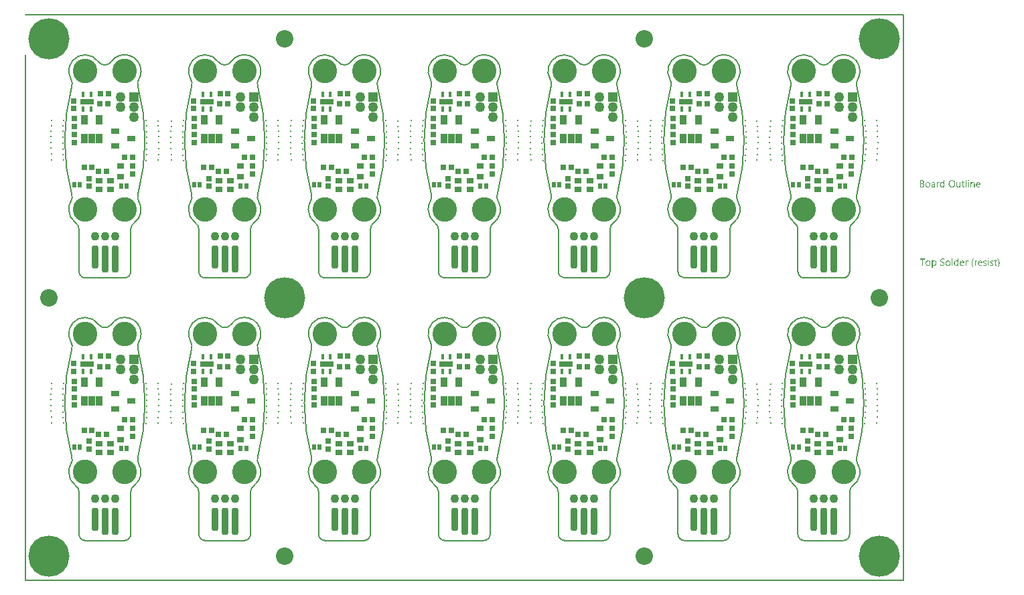
<source format=gts>
G04*
G04 #@! TF.GenerationSoftware,Altium Limited,Altium Designer,21.9.2 (33)*
G04*
G04 Layer_Color=8388736*
%FSAX25Y25*%
%MOIN*%
G70*
G04*
G04 #@! TF.SameCoordinates,F74DCD8C-1FE1-40F9-8AA5-51ABB7E45146*
G04*
G04*
G04 #@! TF.FilePolarity,Negative*
G04*
G01*
G75*
G04:AMPARAMS|DCode=12|XSize=35.43mil|YSize=135.83mil|CornerRadius=13.82mil|HoleSize=0mil|Usage=FLASHONLY|Rotation=0.000|XOffset=0mil|YOffset=0mil|HoleType=Round|Shape=RoundedRectangle|*
%AMROUNDEDRECTD12*
21,1,0.03543,0.10819,0,0,0.0*
21,1,0.00780,0.13583,0,0,0.0*
1,1,0.02764,0.00390,-0.05409*
1,1,0.02764,-0.00390,-0.05409*
1,1,0.02764,-0.00390,0.05409*
1,1,0.02764,0.00390,0.05409*
%
%ADD12ROUNDEDRECTD12*%
G04:AMPARAMS|DCode=13|XSize=35.43mil|YSize=116.14mil|CornerRadius=13.82mil|HoleSize=0mil|Usage=FLASHONLY|Rotation=0.000|XOffset=0mil|YOffset=0mil|HoleType=Round|Shape=RoundedRectangle|*
%AMROUNDEDRECTD13*
21,1,0.03543,0.08850,0,0,0.0*
21,1,0.00780,0.11614,0,0,0.0*
1,1,0.02764,0.00390,-0.04425*
1,1,0.02764,-0.00390,-0.04425*
1,1,0.02764,-0.00390,0.04425*
1,1,0.02764,0.00390,0.04425*
%
%ADD13ROUNDEDRECTD13*%
%ADD25C,0.00787*%
%ADD28C,0.04331*%
%ADD44C,0.08674*%
%ADD45R,0.01968X0.03150*%
%ADD46R,0.03347X0.04528*%
%ADD47R,0.04134X0.02953*%
%ADD48R,0.03543X0.02953*%
%ADD49R,0.06693X0.03150*%
%ADD50R,0.01772X0.02559*%
%ADD51R,0.02756X0.02559*%
%ADD52R,0.02559X0.02756*%
%ADD53R,0.02756X0.02559*%
%ADD54R,0.03740X0.02953*%
%ADD55C,0.00800*%
%ADD56C,0.20485*%
%ADD57C,0.00591*%
%ADD58C,0.04961*%
%ADD59R,0.04961X0.04961*%
%ADD60C,0.12205*%
G36*
X0449898Y0179606D02*
X0449923D01*
X0449978Y0179581D01*
X0450009Y0179563D01*
X0450040Y0179538D01*
X0450047Y0179532D01*
X0450053Y0179525D01*
X0450084Y0179488D01*
X0450108Y0179427D01*
X0450115Y0179389D01*
X0450121Y0179352D01*
Y0179346D01*
Y0179334D01*
X0450115Y0179315D01*
X0450108Y0179290D01*
X0450090Y0179228D01*
X0450065Y0179198D01*
X0450040Y0179166D01*
X0450034D01*
X0450028Y0179154D01*
X0449991Y0179129D01*
X0449935Y0179105D01*
X0449898Y0179098D01*
X0449861Y0179092D01*
X0449842D01*
X0449824Y0179098D01*
X0449799D01*
X0449737Y0179123D01*
X0449706Y0179136D01*
X0449675Y0179160D01*
Y0179166D01*
X0449663Y0179173D01*
X0449650Y0179191D01*
X0449638Y0179210D01*
X0449613Y0179272D01*
X0449607Y0179309D01*
X0449601Y0179352D01*
Y0179358D01*
Y0179371D01*
X0449607Y0179389D01*
X0449613Y0179420D01*
X0449632Y0179476D01*
X0449650Y0179507D01*
X0449675Y0179538D01*
X0449681Y0179544D01*
X0449688Y0179550D01*
X0449725Y0179575D01*
X0449787Y0179600D01*
X0449824Y0179612D01*
X0449880D01*
X0449898Y0179606D01*
D02*
G37*
G36*
X0437908Y0175942D02*
X0437506D01*
Y0176363D01*
X0437493D01*
Y0176356D01*
X0437481Y0176344D01*
X0437462Y0176319D01*
X0437444Y0176288D01*
X0437413Y0176251D01*
X0437376Y0176214D01*
X0437332Y0176171D01*
X0437283Y0176127D01*
X0437227Y0176078D01*
X0437159Y0176034D01*
X0437091Y0175997D01*
X0437010Y0175960D01*
X0436930Y0175929D01*
X0436837Y0175904D01*
X0436738Y0175892D01*
X0436633Y0175886D01*
X0436590D01*
X0436552Y0175892D01*
X0436515Y0175898D01*
X0436466Y0175904D01*
X0436361Y0175929D01*
X0436237Y0175966D01*
X0436113Y0176028D01*
X0436045Y0176065D01*
X0435989Y0176109D01*
X0435927Y0176164D01*
X0435872Y0176220D01*
Y0176226D01*
X0435859Y0176239D01*
X0435847Y0176257D01*
X0435828Y0176282D01*
X0435810Y0176313D01*
X0435785Y0176356D01*
X0435760Y0176406D01*
X0435735Y0176462D01*
X0435704Y0176523D01*
X0435680Y0176592D01*
X0435655Y0176666D01*
X0435636Y0176746D01*
X0435618Y0176833D01*
X0435605Y0176932D01*
X0435599Y0177031D01*
X0435593Y0177136D01*
Y0177142D01*
Y0177161D01*
Y0177198D01*
X0435599Y0177241D01*
X0435605Y0177291D01*
X0435611Y0177353D01*
X0435618Y0177421D01*
X0435630Y0177495D01*
X0435667Y0177656D01*
X0435723Y0177823D01*
X0435760Y0177904D01*
X0435803Y0177984D01*
X0435847Y0178059D01*
X0435903Y0178133D01*
X0435909Y0178139D01*
X0435915Y0178151D01*
X0435933Y0178170D01*
X0435958Y0178195D01*
X0435989Y0178219D01*
X0436032Y0178250D01*
X0436076Y0178288D01*
X0436125Y0178325D01*
X0436249Y0178393D01*
X0436391Y0178455D01*
X0436472Y0178473D01*
X0436559Y0178492D01*
X0436645Y0178504D01*
X0436744Y0178510D01*
X0436794D01*
X0436831Y0178504D01*
X0436868Y0178498D01*
X0436918Y0178492D01*
X0437029Y0178461D01*
X0437153Y0178411D01*
X0437215Y0178380D01*
X0437277Y0178337D01*
X0437339Y0178294D01*
X0437394Y0178238D01*
X0437444Y0178176D01*
X0437493Y0178102D01*
X0437506D01*
Y0179662D01*
X0437908D01*
Y0175942D01*
D02*
G37*
G36*
X0452176Y0178504D02*
X0452250Y0178498D01*
X0452343Y0178479D01*
X0452442Y0178448D01*
X0452547Y0178399D01*
X0452653Y0178331D01*
X0452696Y0178294D01*
X0452739Y0178244D01*
X0452752Y0178232D01*
X0452776Y0178195D01*
X0452807Y0178133D01*
X0452851Y0178046D01*
X0452888Y0177941D01*
X0452925Y0177811D01*
X0452950Y0177656D01*
X0452956Y0177477D01*
Y0175942D01*
X0452554D01*
Y0177371D01*
Y0177378D01*
Y0177409D01*
X0452547Y0177446D01*
Y0177495D01*
X0452535Y0177557D01*
X0452523Y0177625D01*
X0452504Y0177699D01*
X0452479Y0177774D01*
X0452448Y0177848D01*
X0452411Y0177916D01*
X0452362Y0177984D01*
X0452306Y0178046D01*
X0452244Y0178096D01*
X0452164Y0178133D01*
X0452077Y0178164D01*
X0451972Y0178170D01*
X0451959D01*
X0451922Y0178164D01*
X0451866Y0178158D01*
X0451798Y0178139D01*
X0451718Y0178114D01*
X0451631Y0178071D01*
X0451551Y0178015D01*
X0451470Y0177941D01*
X0451464Y0177928D01*
X0451439Y0177904D01*
X0451408Y0177854D01*
X0451371Y0177786D01*
X0451334Y0177706D01*
X0451303Y0177607D01*
X0451278Y0177495D01*
X0451272Y0177371D01*
Y0175942D01*
X0450870D01*
Y0178455D01*
X0451272D01*
Y0178034D01*
X0451285D01*
X0451291Y0178040D01*
X0451297Y0178052D01*
X0451316Y0178077D01*
X0451340Y0178108D01*
X0451365Y0178145D01*
X0451402Y0178182D01*
X0451446Y0178226D01*
X0451495Y0178275D01*
X0451551Y0178319D01*
X0451613Y0178362D01*
X0451681Y0178399D01*
X0451755Y0178436D01*
X0451829Y0178467D01*
X0451916Y0178492D01*
X0452009Y0178504D01*
X0452108Y0178510D01*
X0452145D01*
X0452176Y0178504D01*
D02*
G37*
G36*
X0435178Y0178492D02*
X0435253Y0178486D01*
X0435296Y0178473D01*
X0435327Y0178461D01*
Y0178046D01*
X0435321Y0178052D01*
X0435308Y0178059D01*
X0435284Y0178071D01*
X0435253Y0178089D01*
X0435209Y0178102D01*
X0435153Y0178114D01*
X0435092Y0178120D01*
X0435023Y0178127D01*
X0435011D01*
X0434980Y0178120D01*
X0434931Y0178114D01*
X0434875Y0178096D01*
X0434801Y0178065D01*
X0434733Y0178021D01*
X0434658Y0177960D01*
X0434590Y0177879D01*
X0434584Y0177867D01*
X0434565Y0177836D01*
X0434535Y0177780D01*
X0434504Y0177706D01*
X0434473Y0177613D01*
X0434442Y0177495D01*
X0434423Y0177365D01*
X0434417Y0177217D01*
Y0175942D01*
X0434015D01*
Y0178455D01*
X0434417D01*
Y0177935D01*
X0434429D01*
Y0177941D01*
X0434435Y0177947D01*
X0434448Y0177978D01*
X0434466Y0178028D01*
X0434497Y0178089D01*
X0434528Y0178151D01*
X0434578Y0178219D01*
X0434627Y0178288D01*
X0434689Y0178349D01*
X0434695Y0178356D01*
X0434720Y0178374D01*
X0434757Y0178399D01*
X0434807Y0178424D01*
X0434863Y0178448D01*
X0434931Y0178473D01*
X0435005Y0178492D01*
X0435085Y0178498D01*
X0435141D01*
X0435178Y0178492D01*
D02*
G37*
G36*
X0445918Y0175942D02*
X0445515D01*
Y0176338D01*
X0445503D01*
Y0176331D01*
X0445491Y0176319D01*
X0445478Y0176294D01*
X0445454Y0176270D01*
X0445398Y0176195D01*
X0445311Y0176115D01*
X0445262Y0176072D01*
X0445206Y0176028D01*
X0445144Y0175991D01*
X0445070Y0175954D01*
X0444996Y0175929D01*
X0444915Y0175904D01*
X0444822Y0175892D01*
X0444729Y0175886D01*
X0444692D01*
X0444649Y0175892D01*
X0444587Y0175904D01*
X0444519Y0175917D01*
X0444445Y0175942D01*
X0444364Y0175972D01*
X0444284Y0176022D01*
X0444197Y0176078D01*
X0444117Y0176146D01*
X0444042Y0176233D01*
X0443974Y0176338D01*
X0443912Y0176455D01*
X0443869Y0176598D01*
X0443844Y0176765D01*
X0443832Y0176851D01*
Y0176951D01*
Y0178455D01*
X0444228D01*
Y0177012D01*
Y0177006D01*
Y0176981D01*
X0444234Y0176938D01*
X0444240Y0176889D01*
X0444247Y0176827D01*
X0444259Y0176765D01*
X0444277Y0176690D01*
X0444302Y0176616D01*
X0444339Y0176542D01*
X0444377Y0176474D01*
X0444426Y0176406D01*
X0444488Y0176344D01*
X0444556Y0176294D01*
X0444637Y0176257D01*
X0444736Y0176226D01*
X0444841Y0176220D01*
X0444853D01*
X0444890Y0176226D01*
X0444946Y0176233D01*
X0445008Y0176245D01*
X0445088Y0176276D01*
X0445169Y0176313D01*
X0445249Y0176363D01*
X0445324Y0176437D01*
X0445330Y0176449D01*
X0445355Y0176474D01*
X0445386Y0176523D01*
X0445423Y0176592D01*
X0445454Y0176672D01*
X0445485Y0176771D01*
X0445509Y0176882D01*
X0445515Y0177006D01*
Y0178455D01*
X0445918D01*
Y0175942D01*
D02*
G37*
G36*
X0450053D02*
X0449650D01*
Y0178455D01*
X0450053D01*
Y0175942D01*
D02*
G37*
G36*
X0448833D02*
X0448431D01*
Y0179662D01*
X0448833D01*
Y0175942D01*
D02*
G37*
G36*
X0432455Y0178504D02*
X0432510Y0178498D01*
X0432578Y0178479D01*
X0432653Y0178461D01*
X0432733Y0178430D01*
X0432820Y0178393D01*
X0432900Y0178343D01*
X0432981Y0178281D01*
X0433055Y0178207D01*
X0433123Y0178114D01*
X0433179Y0178009D01*
X0433222Y0177885D01*
X0433247Y0177743D01*
X0433259Y0177576D01*
Y0175942D01*
X0432857D01*
Y0176331D01*
X0432845D01*
Y0176325D01*
X0432832Y0176313D01*
X0432820Y0176288D01*
X0432795Y0176263D01*
X0432733Y0176189D01*
X0432653Y0176109D01*
X0432541Y0176028D01*
X0432411Y0175954D01*
X0432331Y0175929D01*
X0432250Y0175904D01*
X0432164Y0175892D01*
X0432071Y0175886D01*
X0432034D01*
X0432009Y0175892D01*
X0431941Y0175898D01*
X0431860Y0175911D01*
X0431761Y0175935D01*
X0431669Y0175966D01*
X0431569Y0176016D01*
X0431483Y0176078D01*
X0431477Y0176090D01*
X0431452Y0176115D01*
X0431415Y0176158D01*
X0431378Y0176220D01*
X0431340Y0176294D01*
X0431303Y0176381D01*
X0431279Y0176486D01*
X0431272Y0176604D01*
Y0176610D01*
Y0176635D01*
X0431279Y0176672D01*
X0431285Y0176715D01*
X0431297Y0176771D01*
X0431316Y0176833D01*
X0431340Y0176901D01*
X0431378Y0176969D01*
X0431421Y0177043D01*
X0431477Y0177118D01*
X0431545Y0177186D01*
X0431625Y0177248D01*
X0431718Y0177310D01*
X0431829Y0177359D01*
X0431953Y0177396D01*
X0432102Y0177427D01*
X0432857Y0177532D01*
Y0177539D01*
Y0177557D01*
X0432851Y0177594D01*
Y0177631D01*
X0432838Y0177681D01*
X0432832Y0177737D01*
X0432795Y0177854D01*
X0432764Y0177910D01*
X0432733Y0177966D01*
X0432690Y0178021D01*
X0432640Y0178071D01*
X0432578Y0178114D01*
X0432510Y0178145D01*
X0432430Y0178164D01*
X0432337Y0178170D01*
X0432294D01*
X0432263Y0178164D01*
X0432219D01*
X0432176Y0178151D01*
X0432065Y0178133D01*
X0431941Y0178096D01*
X0431805Y0178040D01*
X0431730Y0178003D01*
X0431662Y0177966D01*
X0431588Y0177916D01*
X0431520Y0177860D01*
Y0178275D01*
X0431526D01*
X0431538Y0178288D01*
X0431557Y0178300D01*
X0431588Y0178312D01*
X0431619Y0178331D01*
X0431662Y0178349D01*
X0431712Y0178368D01*
X0431768Y0178393D01*
X0431891Y0178436D01*
X0432040Y0178473D01*
X0432201Y0178498D01*
X0432374Y0178510D01*
X0432411D01*
X0432455Y0178504D01*
D02*
G37*
G36*
X0426766Y0179451D02*
X0426809D01*
X0426853Y0179445D01*
X0426952Y0179433D01*
X0427069Y0179402D01*
X0427193Y0179365D01*
X0427311Y0179309D01*
X0427416Y0179235D01*
X0427422D01*
X0427428Y0179222D01*
X0427459Y0179198D01*
X0427503Y0179148D01*
X0427552Y0179080D01*
X0427596Y0178993D01*
X0427639Y0178894D01*
X0427670Y0178783D01*
X0427682Y0178721D01*
Y0178653D01*
Y0178647D01*
Y0178640D01*
Y0178603D01*
X0427676Y0178548D01*
X0427664Y0178479D01*
X0427645Y0178393D01*
X0427614Y0178306D01*
X0427577Y0178219D01*
X0427521Y0178133D01*
X0427515Y0178120D01*
X0427490Y0178096D01*
X0427453Y0178059D01*
X0427404Y0178009D01*
X0427342Y0177960D01*
X0427267Y0177904D01*
X0427175Y0177860D01*
X0427075Y0177817D01*
Y0177811D01*
X0427094D01*
X0427113Y0177805D01*
X0427131Y0177798D01*
X0427199Y0177786D01*
X0427280Y0177761D01*
X0427366Y0177724D01*
X0427459Y0177681D01*
X0427552Y0177619D01*
X0427639Y0177539D01*
X0427651Y0177526D01*
X0427676Y0177495D01*
X0427707Y0177452D01*
X0427750Y0177384D01*
X0427787Y0177297D01*
X0427824Y0177198D01*
X0427849Y0177081D01*
X0427855Y0176951D01*
Y0176944D01*
Y0176932D01*
Y0176907D01*
X0427849Y0176876D01*
X0427843Y0176839D01*
X0427837Y0176796D01*
X0427812Y0176690D01*
X0427775Y0176573D01*
X0427719Y0176449D01*
X0427682Y0176393D01*
X0427639Y0176331D01*
X0427583Y0176276D01*
X0427527Y0176220D01*
X0427521D01*
X0427515Y0176208D01*
X0427496Y0176195D01*
X0427472Y0176177D01*
X0427441Y0176158D01*
X0427397Y0176133D01*
X0427305Y0176084D01*
X0427187Y0176028D01*
X0427051Y0175985D01*
X0426890Y0175954D01*
X0426809Y0175948D01*
X0426717Y0175942D01*
X0425689D01*
Y0179457D01*
X0426735D01*
X0426766Y0179451D01*
D02*
G37*
G36*
X0447261Y0178455D02*
X0447899D01*
Y0178108D01*
X0447261D01*
Y0176690D01*
Y0176678D01*
Y0176647D01*
X0447267Y0176604D01*
X0447273Y0176548D01*
X0447298Y0176430D01*
X0447317Y0176375D01*
X0447348Y0176331D01*
X0447354Y0176325D01*
X0447366Y0176313D01*
X0447385Y0176301D01*
X0447416Y0176282D01*
X0447453Y0176257D01*
X0447503Y0176245D01*
X0447564Y0176233D01*
X0447633Y0176226D01*
X0447657D01*
X0447688Y0176233D01*
X0447725Y0176239D01*
X0447812Y0176263D01*
X0447855Y0176282D01*
X0447899Y0176307D01*
Y0175960D01*
X0447893D01*
X0447874Y0175948D01*
X0447843Y0175942D01*
X0447800Y0175929D01*
X0447744Y0175917D01*
X0447682Y0175904D01*
X0447608Y0175898D01*
X0447521Y0175892D01*
X0447490D01*
X0447459Y0175898D01*
X0447416Y0175904D01*
X0447366Y0175917D01*
X0447311Y0175929D01*
X0447255Y0175954D01*
X0447193Y0175985D01*
X0447131Y0176022D01*
X0447069Y0176072D01*
X0447014Y0176127D01*
X0446964Y0176201D01*
X0446921Y0176282D01*
X0446890Y0176381D01*
X0446865Y0176493D01*
X0446859Y0176622D01*
Y0178108D01*
X0446432D01*
Y0178455D01*
X0446859D01*
Y0179068D01*
X0447261Y0179198D01*
Y0178455D01*
D02*
G37*
G36*
X0454788Y0178504D02*
X0454832Y0178498D01*
X0454875Y0178492D01*
X0454986Y0178473D01*
X0455110Y0178430D01*
X0455234Y0178374D01*
X0455296Y0178337D01*
X0455358Y0178294D01*
X0455413Y0178244D01*
X0455469Y0178189D01*
X0455475Y0178182D01*
X0455481Y0178176D01*
X0455494Y0178158D01*
X0455512Y0178133D01*
X0455531Y0178096D01*
X0455556Y0178059D01*
X0455581Y0178015D01*
X0455605Y0177960D01*
X0455630Y0177898D01*
X0455655Y0177836D01*
X0455680Y0177761D01*
X0455698Y0177681D01*
X0455717Y0177594D01*
X0455729Y0177508D01*
X0455741Y0177409D01*
Y0177303D01*
Y0177093D01*
X0453965D01*
Y0177087D01*
Y0177074D01*
Y0177056D01*
X0453971Y0177025D01*
X0453977Y0176988D01*
Y0176951D01*
X0453996Y0176851D01*
X0454027Y0176752D01*
X0454064Y0176641D01*
X0454120Y0176536D01*
X0454188Y0176443D01*
X0454200Y0176430D01*
X0454225Y0176406D01*
X0454274Y0176375D01*
X0454343Y0176331D01*
X0454429Y0176288D01*
X0454528Y0176257D01*
X0454646Y0176233D01*
X0454782Y0176220D01*
X0454825D01*
X0454856Y0176226D01*
X0454893D01*
X0454937Y0176233D01*
X0455042Y0176257D01*
X0455160Y0176288D01*
X0455290Y0176338D01*
X0455426Y0176406D01*
X0455494Y0176449D01*
X0455562Y0176499D01*
Y0176121D01*
X0455556D01*
X0455549Y0176109D01*
X0455531Y0176102D01*
X0455500Y0176084D01*
X0455469Y0176065D01*
X0455432Y0176047D01*
X0455382Y0176028D01*
X0455333Y0176003D01*
X0455271Y0175979D01*
X0455203Y0175960D01*
X0455054Y0175923D01*
X0454881Y0175898D01*
X0454689Y0175886D01*
X0454640D01*
X0454602Y0175892D01*
X0454559Y0175898D01*
X0454503Y0175904D01*
X0454386Y0175929D01*
X0454250Y0175966D01*
X0454113Y0176028D01*
X0454045Y0176072D01*
X0453977Y0176115D01*
X0453915Y0176164D01*
X0453854Y0176226D01*
X0453847Y0176233D01*
X0453841Y0176245D01*
X0453829Y0176263D01*
X0453804Y0176288D01*
X0453785Y0176325D01*
X0453761Y0176369D01*
X0453730Y0176418D01*
X0453705Y0176474D01*
X0453674Y0176536D01*
X0453649Y0176610D01*
X0453618Y0176690D01*
X0453600Y0176777D01*
X0453581Y0176870D01*
X0453562Y0176969D01*
X0453556Y0177074D01*
X0453550Y0177186D01*
Y0177192D01*
Y0177210D01*
Y0177241D01*
X0453556Y0177285D01*
X0453562Y0177334D01*
X0453569Y0177390D01*
X0453575Y0177458D01*
X0453593Y0177526D01*
X0453631Y0177675D01*
X0453686Y0177836D01*
X0453723Y0177916D01*
X0453773Y0177990D01*
X0453823Y0178071D01*
X0453878Y0178139D01*
X0453884Y0178145D01*
X0453897Y0178158D01*
X0453915Y0178176D01*
X0453940Y0178195D01*
X0453971Y0178226D01*
X0454008Y0178257D01*
X0454058Y0178288D01*
X0454107Y0178325D01*
X0454225Y0178393D01*
X0454367Y0178455D01*
X0454448Y0178473D01*
X0454528Y0178492D01*
X0454615Y0178504D01*
X0454708Y0178510D01*
X0454757D01*
X0454788Y0178504D01*
D02*
G37*
G36*
X0441746Y0179513D02*
X0441808Y0179507D01*
X0441882Y0179495D01*
X0441962Y0179476D01*
X0442049Y0179457D01*
X0442136Y0179433D01*
X0442235Y0179402D01*
X0442328Y0179358D01*
X0442427Y0179309D01*
X0442526Y0179253D01*
X0442619Y0179185D01*
X0442711Y0179111D01*
X0442798Y0179024D01*
X0442804Y0179018D01*
X0442817Y0178999D01*
X0442841Y0178975D01*
X0442866Y0178937D01*
X0442903Y0178888D01*
X0442941Y0178826D01*
X0442978Y0178758D01*
X0443021Y0178684D01*
X0443064Y0178591D01*
X0443101Y0178498D01*
X0443139Y0178393D01*
X0443176Y0178275D01*
X0443200Y0178158D01*
X0443225Y0178028D01*
X0443238Y0177885D01*
X0443244Y0177743D01*
Y0177730D01*
Y0177706D01*
Y0177662D01*
X0443238Y0177601D01*
X0443231Y0177526D01*
X0443219Y0177446D01*
X0443207Y0177353D01*
X0443188Y0177248D01*
X0443163Y0177142D01*
X0443132Y0177031D01*
X0443095Y0176920D01*
X0443052Y0176808D01*
X0442996Y0176690D01*
X0442934Y0176585D01*
X0442866Y0176480D01*
X0442786Y0176381D01*
X0442780Y0176375D01*
X0442767Y0176363D01*
X0442736Y0176338D01*
X0442705Y0176307D01*
X0442656Y0176263D01*
X0442600Y0176226D01*
X0442538Y0176177D01*
X0442464Y0176133D01*
X0442383Y0176090D01*
X0442290Y0176041D01*
X0442192Y0176003D01*
X0442080Y0175966D01*
X0441962Y0175929D01*
X0441839Y0175904D01*
X0441709Y0175892D01*
X0441566Y0175886D01*
X0441535D01*
X0441492Y0175892D01*
X0441442D01*
X0441381Y0175898D01*
X0441306Y0175911D01*
X0441226Y0175929D01*
X0441133Y0175948D01*
X0441040Y0175972D01*
X0440941Y0176003D01*
X0440842Y0176047D01*
X0440743Y0176090D01*
X0440644Y0176146D01*
X0440545Y0176214D01*
X0440452Y0176288D01*
X0440366Y0176375D01*
X0440359Y0176381D01*
X0440347Y0176400D01*
X0440322Y0176424D01*
X0440297Y0176462D01*
X0440260Y0176511D01*
X0440223Y0176573D01*
X0440186Y0176641D01*
X0440143Y0176722D01*
X0440099Y0176808D01*
X0440062Y0176901D01*
X0440025Y0177006D01*
X0439988Y0177124D01*
X0439963Y0177241D01*
X0439938Y0177371D01*
X0439926Y0177514D01*
X0439920Y0177656D01*
Y0177669D01*
Y0177693D01*
X0439926Y0177737D01*
Y0177798D01*
X0439932Y0177867D01*
X0439945Y0177953D01*
X0439957Y0178046D01*
X0439976Y0178145D01*
X0440000Y0178250D01*
X0440031Y0178362D01*
X0440068Y0178473D01*
X0440112Y0178585D01*
X0440167Y0178696D01*
X0440229Y0178807D01*
X0440297Y0178913D01*
X0440378Y0179012D01*
X0440384Y0179018D01*
X0440396Y0179036D01*
X0440427Y0179061D01*
X0440464Y0179092D01*
X0440508Y0179129D01*
X0440563Y0179173D01*
X0440632Y0179216D01*
X0440706Y0179266D01*
X0440793Y0179315D01*
X0440885Y0179358D01*
X0440984Y0179402D01*
X0441096Y0179439D01*
X0441220Y0179470D01*
X0441350Y0179501D01*
X0441486Y0179513D01*
X0441628Y0179519D01*
X0441696D01*
X0441746Y0179513D01*
D02*
G37*
G36*
X0429719Y0178504D02*
X0429762Y0178498D01*
X0429818Y0178492D01*
X0429942Y0178467D01*
X0430084Y0178424D01*
X0430226Y0178362D01*
X0430301Y0178325D01*
X0430369Y0178281D01*
X0430437Y0178226D01*
X0430499Y0178164D01*
X0430505Y0178158D01*
X0430511Y0178145D01*
X0430530Y0178127D01*
X0430548Y0178102D01*
X0430573Y0178065D01*
X0430598Y0178021D01*
X0430629Y0177972D01*
X0430659Y0177916D01*
X0430684Y0177848D01*
X0430715Y0177780D01*
X0430740Y0177699D01*
X0430765Y0177613D01*
X0430783Y0177520D01*
X0430802Y0177421D01*
X0430808Y0177316D01*
X0430814Y0177204D01*
Y0177198D01*
Y0177180D01*
Y0177149D01*
X0430808Y0177105D01*
X0430802Y0177056D01*
X0430796Y0176994D01*
X0430783Y0176932D01*
X0430771Y0176858D01*
X0430734Y0176709D01*
X0430672Y0176548D01*
X0430635Y0176468D01*
X0430585Y0176387D01*
X0430536Y0176313D01*
X0430474Y0176245D01*
X0430468Y0176239D01*
X0430455Y0176233D01*
X0430437Y0176214D01*
X0430412Y0176189D01*
X0430375Y0176164D01*
X0430338Y0176133D01*
X0430288Y0176096D01*
X0430232Y0176065D01*
X0430170Y0176034D01*
X0430102Y0175997D01*
X0430028Y0175966D01*
X0429948Y0175942D01*
X0429861Y0175917D01*
X0429768Y0175904D01*
X0429669Y0175892D01*
X0429564Y0175886D01*
X0429508D01*
X0429471Y0175892D01*
X0429428Y0175898D01*
X0429372Y0175904D01*
X0429310Y0175917D01*
X0429242Y0175929D01*
X0429100Y0175972D01*
X0428951Y0176034D01*
X0428877Y0176072D01*
X0428809Y0176121D01*
X0428741Y0176171D01*
X0428673Y0176233D01*
X0428666Y0176239D01*
X0428660Y0176251D01*
X0428642Y0176270D01*
X0428623Y0176294D01*
X0428598Y0176331D01*
X0428567Y0176375D01*
X0428536Y0176424D01*
X0428512Y0176480D01*
X0428481Y0176548D01*
X0428450Y0176616D01*
X0428419Y0176690D01*
X0428394Y0176777D01*
X0428357Y0176963D01*
X0428351Y0177062D01*
X0428344Y0177167D01*
Y0177173D01*
Y0177198D01*
Y0177229D01*
X0428351Y0177272D01*
X0428357Y0177322D01*
X0428363Y0177384D01*
X0428375Y0177452D01*
X0428388Y0177526D01*
X0428425Y0177687D01*
X0428487Y0177848D01*
X0428530Y0177928D01*
X0428574Y0178009D01*
X0428623Y0178083D01*
X0428685Y0178151D01*
X0428691Y0178158D01*
X0428703Y0178170D01*
X0428722Y0178182D01*
X0428747Y0178207D01*
X0428784Y0178232D01*
X0428827Y0178263D01*
X0428877Y0178300D01*
X0428933Y0178331D01*
X0428994Y0178362D01*
X0429069Y0178399D01*
X0429143Y0178430D01*
X0429230Y0178455D01*
X0429316Y0178479D01*
X0429415Y0178498D01*
X0429521Y0178504D01*
X0429626Y0178510D01*
X0429681D01*
X0429719Y0178504D01*
D02*
G37*
G36*
X0459715Y0140544D02*
X0459740D01*
X0459796Y0140519D01*
X0459827Y0140501D01*
X0459858Y0140476D01*
X0459864Y0140470D01*
X0459870Y0140464D01*
X0459901Y0140427D01*
X0459926Y0140365D01*
X0459932Y0140328D01*
X0459938Y0140290D01*
Y0140284D01*
Y0140272D01*
X0459932Y0140253D01*
X0459926Y0140228D01*
X0459907Y0140167D01*
X0459882Y0140136D01*
X0459858Y0140105D01*
X0459852D01*
X0459845Y0140092D01*
X0459808Y0140068D01*
X0459753Y0140043D01*
X0459715Y0140037D01*
X0459678Y0140030D01*
X0459660D01*
X0459641Y0140037D01*
X0459616D01*
X0459554Y0140061D01*
X0459523Y0140074D01*
X0459493Y0140099D01*
Y0140105D01*
X0459480Y0140111D01*
X0459468Y0140129D01*
X0459455Y0140148D01*
X0459431Y0140210D01*
X0459424Y0140247D01*
X0459418Y0140290D01*
Y0140297D01*
Y0140309D01*
X0459424Y0140328D01*
X0459431Y0140358D01*
X0459449Y0140414D01*
X0459468Y0140445D01*
X0459493Y0140476D01*
X0459499Y0140482D01*
X0459505Y0140489D01*
X0459542Y0140513D01*
X0459604Y0140538D01*
X0459641Y0140550D01*
X0459697D01*
X0459715Y0140544D01*
D02*
G37*
G36*
X0437147Y0140451D02*
X0437196D01*
X0437308Y0140439D01*
X0437431Y0140427D01*
X0437555Y0140402D01*
X0437673Y0140371D01*
X0437722Y0140352D01*
X0437772Y0140328D01*
Y0139863D01*
X0437766D01*
X0437759Y0139876D01*
X0437741Y0139882D01*
X0437716Y0139900D01*
X0437685Y0139913D01*
X0437648Y0139931D01*
X0437555Y0139975D01*
X0437444Y0140012D01*
X0437308Y0140049D01*
X0437147Y0140074D01*
X0436973Y0140080D01*
X0436924D01*
X0436887Y0140074D01*
X0436849D01*
X0436800Y0140068D01*
X0436701Y0140049D01*
X0436695D01*
X0436676Y0140043D01*
X0436652Y0140037D01*
X0436621Y0140030D01*
X0436546Y0139999D01*
X0436460Y0139962D01*
X0436453D01*
X0436441Y0139950D01*
X0436422Y0139938D01*
X0436398Y0139919D01*
X0436342Y0139863D01*
X0436286Y0139795D01*
Y0139789D01*
X0436274Y0139777D01*
X0436268Y0139758D01*
X0436255Y0139727D01*
X0436243Y0139690D01*
X0436237Y0139653D01*
X0436224Y0139554D01*
Y0139548D01*
Y0139529D01*
Y0139504D01*
X0436231Y0139473D01*
X0436243Y0139399D01*
X0436274Y0139319D01*
Y0139312D01*
X0436286Y0139300D01*
X0436292Y0139281D01*
X0436311Y0139257D01*
X0436361Y0139201D01*
X0436422Y0139139D01*
X0436429Y0139133D01*
X0436441Y0139127D01*
X0436460Y0139108D01*
X0436490Y0139090D01*
X0436528Y0139065D01*
X0436565Y0139040D01*
X0436664Y0138978D01*
X0436670Y0138972D01*
X0436689Y0138966D01*
X0436720Y0138947D01*
X0436757Y0138929D01*
X0436806Y0138904D01*
X0436862Y0138879D01*
X0436986Y0138817D01*
X0436992Y0138811D01*
X0437017Y0138799D01*
X0437054Y0138780D01*
X0437103Y0138755D01*
X0437159Y0138731D01*
X0437221Y0138693D01*
X0437345Y0138619D01*
X0437351Y0138613D01*
X0437376Y0138601D01*
X0437407Y0138582D01*
X0437450Y0138551D01*
X0437543Y0138477D01*
X0437642Y0138390D01*
X0437648Y0138384D01*
X0437667Y0138372D01*
X0437685Y0138340D01*
X0437716Y0138310D01*
X0437747Y0138266D01*
X0437784Y0138223D01*
X0437846Y0138111D01*
X0437852Y0138105D01*
X0437858Y0138087D01*
X0437871Y0138056D01*
X0437883Y0138013D01*
X0437896Y0137963D01*
X0437908Y0137901D01*
X0437920Y0137839D01*
Y0137765D01*
Y0137752D01*
Y0137722D01*
X0437914Y0137672D01*
X0437908Y0137610D01*
X0437896Y0137542D01*
X0437877Y0137468D01*
X0437852Y0137393D01*
X0437815Y0137325D01*
X0437809Y0137319D01*
X0437797Y0137294D01*
X0437772Y0137264D01*
X0437747Y0137220D01*
X0437704Y0137177D01*
X0437660Y0137127D01*
X0437605Y0137078D01*
X0437543Y0137028D01*
X0437537Y0137022D01*
X0437512Y0137010D01*
X0437475Y0136991D01*
X0437425Y0136966D01*
X0437369Y0136942D01*
X0437301Y0136917D01*
X0437221Y0136892D01*
X0437141Y0136873D01*
X0437128D01*
X0437103Y0136867D01*
X0437060Y0136861D01*
X0436998Y0136849D01*
X0436930Y0136843D01*
X0436849Y0136830D01*
X0436763Y0136824D01*
X0436614D01*
X0436546Y0136830D01*
X0436460Y0136836D01*
X0436441D01*
X0436416Y0136843D01*
X0436385Y0136849D01*
X0436305Y0136855D01*
X0436212Y0136873D01*
X0436206D01*
X0436187Y0136880D01*
X0436162Y0136886D01*
X0436131Y0136892D01*
X0436057Y0136911D01*
X0435971Y0136935D01*
X0435964D01*
X0435952Y0136942D01*
X0435933Y0136948D01*
X0435909Y0136960D01*
X0435847Y0136985D01*
X0435785Y0137022D01*
Y0137505D01*
X0435791Y0137499D01*
X0435803Y0137493D01*
X0435816Y0137480D01*
X0435841Y0137462D01*
X0435909Y0137418D01*
X0435989Y0137369D01*
X0435995D01*
X0436008Y0137363D01*
X0436032Y0137350D01*
X0436063Y0137338D01*
X0436144Y0137301D01*
X0436231Y0137270D01*
X0436237D01*
X0436255Y0137264D01*
X0436280Y0137257D01*
X0436311Y0137251D01*
X0436398Y0137226D01*
X0436490Y0137208D01*
X0436515D01*
X0436540Y0137202D01*
X0436571D01*
X0436645Y0137195D01*
X0436732Y0137189D01*
X0436794D01*
X0436862Y0137195D01*
X0436949Y0137208D01*
X0437041Y0137220D01*
X0437134Y0137245D01*
X0437221Y0137282D01*
X0437301Y0137325D01*
X0437308Y0137332D01*
X0437332Y0137350D01*
X0437363Y0137387D01*
X0437394Y0137431D01*
X0437431Y0137486D01*
X0437456Y0137561D01*
X0437481Y0137641D01*
X0437487Y0137734D01*
Y0137740D01*
Y0137759D01*
Y0137783D01*
X0437481Y0137821D01*
X0437462Y0137901D01*
X0437425Y0137981D01*
Y0137988D01*
X0437413Y0138000D01*
X0437400Y0138019D01*
X0437382Y0138043D01*
X0437326Y0138105D01*
X0437252Y0138173D01*
X0437246Y0138180D01*
X0437233Y0138192D01*
X0437209Y0138204D01*
X0437178Y0138229D01*
X0437141Y0138254D01*
X0437097Y0138285D01*
X0436992Y0138340D01*
X0436986Y0138347D01*
X0436967Y0138353D01*
X0436936Y0138372D01*
X0436893Y0138390D01*
X0436849Y0138421D01*
X0436794Y0138446D01*
X0436664Y0138514D01*
X0436658Y0138520D01*
X0436633Y0138532D01*
X0436596Y0138551D01*
X0436552Y0138570D01*
X0436503Y0138601D01*
X0436447Y0138631D01*
X0436323Y0138699D01*
X0436317Y0138706D01*
X0436299Y0138718D01*
X0436268Y0138737D01*
X0436231Y0138761D01*
X0436138Y0138830D01*
X0436045Y0138910D01*
X0436039Y0138916D01*
X0436026Y0138929D01*
X0436001Y0138953D01*
X0435977Y0138984D01*
X0435946Y0139028D01*
X0435915Y0139071D01*
X0435859Y0139170D01*
Y0139176D01*
X0435847Y0139195D01*
X0435841Y0139226D01*
X0435828Y0139269D01*
X0435816Y0139319D01*
X0435803Y0139380D01*
X0435797Y0139442D01*
X0435791Y0139517D01*
Y0139529D01*
Y0139560D01*
X0435797Y0139603D01*
X0435803Y0139659D01*
X0435816Y0139727D01*
X0435834Y0139795D01*
X0435859Y0139863D01*
X0435896Y0139931D01*
X0435903Y0139938D01*
X0435915Y0139962D01*
X0435940Y0139993D01*
X0435971Y0140037D01*
X0436008Y0140080D01*
X0436057Y0140129D01*
X0436113Y0140179D01*
X0436175Y0140222D01*
X0436181Y0140228D01*
X0436206Y0140241D01*
X0436243Y0140266D01*
X0436286Y0140290D01*
X0436348Y0140315D01*
X0436410Y0140346D01*
X0436484Y0140371D01*
X0436565Y0140396D01*
X0436577D01*
X0436602Y0140408D01*
X0436645Y0140414D01*
X0436707Y0140427D01*
X0436775Y0140439D01*
X0436849Y0140445D01*
X0437017Y0140457D01*
X0437103D01*
X0437147Y0140451D01*
D02*
G37*
G36*
X0444878Y0136880D02*
X0444476D01*
Y0137301D01*
X0444463D01*
Y0137294D01*
X0444451Y0137282D01*
X0444432Y0137257D01*
X0444414Y0137226D01*
X0444383Y0137189D01*
X0444346Y0137152D01*
X0444302Y0137109D01*
X0444253Y0137065D01*
X0444197Y0137016D01*
X0444129Y0136972D01*
X0444061Y0136935D01*
X0443980Y0136898D01*
X0443900Y0136867D01*
X0443807Y0136843D01*
X0443708Y0136830D01*
X0443603Y0136824D01*
X0443560D01*
X0443522Y0136830D01*
X0443485Y0136836D01*
X0443436Y0136843D01*
X0443330Y0136867D01*
X0443207Y0136904D01*
X0443083Y0136966D01*
X0443015Y0137004D01*
X0442959Y0137047D01*
X0442897Y0137102D01*
X0442841Y0137158D01*
Y0137164D01*
X0442829Y0137177D01*
X0442817Y0137195D01*
X0442798Y0137220D01*
X0442780Y0137251D01*
X0442755Y0137294D01*
X0442730Y0137344D01*
X0442705Y0137400D01*
X0442674Y0137462D01*
X0442650Y0137530D01*
X0442625Y0137604D01*
X0442606Y0137684D01*
X0442588Y0137771D01*
X0442575Y0137870D01*
X0442569Y0137969D01*
X0442563Y0138074D01*
Y0138081D01*
Y0138099D01*
Y0138136D01*
X0442569Y0138180D01*
X0442575Y0138229D01*
X0442582Y0138291D01*
X0442588Y0138359D01*
X0442600Y0138433D01*
X0442637Y0138594D01*
X0442693Y0138761D01*
X0442730Y0138842D01*
X0442773Y0138922D01*
X0442817Y0138997D01*
X0442872Y0139071D01*
X0442879Y0139077D01*
X0442885Y0139090D01*
X0442903Y0139108D01*
X0442928Y0139133D01*
X0442959Y0139158D01*
X0443002Y0139189D01*
X0443046Y0139226D01*
X0443095Y0139263D01*
X0443219Y0139331D01*
X0443361Y0139393D01*
X0443442Y0139411D01*
X0443529Y0139430D01*
X0443615Y0139442D01*
X0443714Y0139448D01*
X0443764D01*
X0443801Y0139442D01*
X0443838Y0139436D01*
X0443888Y0139430D01*
X0443999Y0139399D01*
X0444123Y0139349D01*
X0444185Y0139319D01*
X0444247Y0139275D01*
X0444309Y0139232D01*
X0444364Y0139176D01*
X0444414Y0139114D01*
X0444463Y0139040D01*
X0444476D01*
Y0140600D01*
X0444878D01*
Y0136880D01*
D02*
G37*
G36*
X0432931Y0139442D02*
X0432975Y0139436D01*
X0433018Y0139430D01*
X0433129Y0139405D01*
X0433253Y0139368D01*
X0433377Y0139306D01*
X0433439Y0139269D01*
X0433501Y0139219D01*
X0433557Y0139170D01*
X0433612Y0139108D01*
X0433618Y0139102D01*
X0433625Y0139096D01*
X0433637Y0139071D01*
X0433656Y0139046D01*
X0433674Y0139015D01*
X0433699Y0138972D01*
X0433724Y0138922D01*
X0433748Y0138873D01*
X0433773Y0138811D01*
X0433798Y0138743D01*
X0433823Y0138669D01*
X0433841Y0138588D01*
X0433872Y0138409D01*
X0433884Y0138310D01*
Y0138204D01*
Y0138198D01*
Y0138180D01*
Y0138143D01*
X0433878Y0138099D01*
Y0138050D01*
X0433866Y0137988D01*
X0433860Y0137920D01*
X0433847Y0137845D01*
X0433810Y0137684D01*
X0433754Y0137517D01*
X0433717Y0137437D01*
X0433680Y0137356D01*
X0433631Y0137276D01*
X0433575Y0137202D01*
X0433569Y0137195D01*
X0433563Y0137183D01*
X0433544Y0137164D01*
X0433519Y0137146D01*
X0433488Y0137115D01*
X0433451Y0137084D01*
X0433408Y0137047D01*
X0433358Y0137016D01*
X0433303Y0136979D01*
X0433241Y0136942D01*
X0433092Y0136886D01*
X0433012Y0136861D01*
X0432931Y0136843D01*
X0432838Y0136830D01*
X0432739Y0136824D01*
X0432690D01*
X0432659Y0136830D01*
X0432616Y0136836D01*
X0432572Y0136849D01*
X0432461Y0136873D01*
X0432343Y0136923D01*
X0432275Y0136960D01*
X0432213Y0136997D01*
X0432151Y0137047D01*
X0432096Y0137102D01*
X0432034Y0137164D01*
X0431984Y0137239D01*
X0431972D01*
Y0135728D01*
X0431569D01*
Y0139393D01*
X0431972D01*
Y0138947D01*
X0431984D01*
X0431990Y0138953D01*
X0431997Y0138972D01*
X0432015Y0138997D01*
X0432040Y0139028D01*
X0432071Y0139065D01*
X0432108Y0139108D01*
X0432151Y0139151D01*
X0432207Y0139201D01*
X0432263Y0139244D01*
X0432325Y0139288D01*
X0432399Y0139331D01*
X0432473Y0139368D01*
X0432560Y0139405D01*
X0432653Y0139430D01*
X0432746Y0139442D01*
X0432851Y0139448D01*
X0432900D01*
X0432931Y0139442D01*
D02*
G37*
G36*
X0461622D02*
X0461702Y0139436D01*
X0461789Y0139424D01*
X0461888Y0139399D01*
X0461987Y0139374D01*
X0462086Y0139337D01*
Y0138929D01*
X0462074Y0138935D01*
X0462037Y0138960D01*
X0461981Y0138984D01*
X0461907Y0139021D01*
X0461814Y0139052D01*
X0461702Y0139083D01*
X0461579Y0139102D01*
X0461449Y0139108D01*
X0461380D01*
X0461319Y0139096D01*
X0461244Y0139083D01*
X0461238D01*
X0461232Y0139077D01*
X0461195Y0139065D01*
X0461145Y0139040D01*
X0461090Y0139009D01*
X0461077Y0139003D01*
X0461052Y0138978D01*
X0461022Y0138941D01*
X0460990Y0138898D01*
X0460984Y0138885D01*
X0460972Y0138854D01*
X0460960Y0138811D01*
X0460953Y0138755D01*
Y0138749D01*
Y0138737D01*
Y0138718D01*
X0460960Y0138699D01*
X0460972Y0138644D01*
X0460990Y0138588D01*
X0460997Y0138576D01*
X0461015Y0138551D01*
X0461052Y0138514D01*
X0461096Y0138470D01*
X0461102D01*
X0461108Y0138464D01*
X0461145Y0138440D01*
X0461195Y0138409D01*
X0461263Y0138378D01*
X0461269D01*
X0461281Y0138372D01*
X0461300Y0138365D01*
X0461331Y0138353D01*
X0461399Y0138328D01*
X0461486Y0138291D01*
X0461492D01*
X0461517Y0138279D01*
X0461548Y0138266D01*
X0461585Y0138254D01*
X0461684Y0138210D01*
X0461783Y0138161D01*
X0461789D01*
X0461808Y0138149D01*
X0461832Y0138136D01*
X0461863Y0138118D01*
X0461938Y0138068D01*
X0462012Y0138006D01*
X0462018Y0138000D01*
X0462031Y0137994D01*
X0462043Y0137975D01*
X0462068Y0137951D01*
X0462111Y0137889D01*
X0462154Y0137808D01*
Y0137802D01*
X0462160Y0137790D01*
X0462173Y0137765D01*
X0462179Y0137734D01*
X0462191Y0137697D01*
X0462198Y0137653D01*
X0462204Y0137548D01*
Y0137542D01*
Y0137517D01*
X0462198Y0137480D01*
X0462191Y0137437D01*
X0462185Y0137387D01*
X0462167Y0137332D01*
X0462148Y0137282D01*
X0462117Y0137226D01*
X0462111Y0137220D01*
X0462105Y0137202D01*
X0462086Y0137177D01*
X0462061Y0137146D01*
X0462031Y0137109D01*
X0461993Y0137072D01*
X0461901Y0136997D01*
X0461894Y0136991D01*
X0461876Y0136985D01*
X0461851Y0136966D01*
X0461808Y0136948D01*
X0461764Y0136923D01*
X0461709Y0136904D01*
X0461653Y0136886D01*
X0461585Y0136867D01*
X0461579D01*
X0461554Y0136861D01*
X0461517Y0136855D01*
X0461473Y0136849D01*
X0461412Y0136836D01*
X0461350Y0136830D01*
X0461207Y0136824D01*
X0461145D01*
X0461071Y0136830D01*
X0460978Y0136843D01*
X0460873Y0136861D01*
X0460761Y0136886D01*
X0460650Y0136917D01*
X0460539Y0136966D01*
Y0137400D01*
X0460545D01*
X0460551Y0137387D01*
X0460570Y0137375D01*
X0460594Y0137363D01*
X0460663Y0137325D01*
X0460755Y0137282D01*
X0460860Y0137232D01*
X0460984Y0137195D01*
X0461121Y0137171D01*
X0461263Y0137158D01*
X0461312D01*
X0461343Y0137164D01*
X0461430Y0137177D01*
X0461529Y0137202D01*
X0461622Y0137245D01*
X0461665Y0137276D01*
X0461709Y0137307D01*
X0461739Y0137350D01*
X0461764Y0137393D01*
X0461783Y0137449D01*
X0461789Y0137511D01*
Y0137517D01*
Y0137530D01*
Y0137548D01*
X0461783Y0137567D01*
X0461770Y0137622D01*
X0461746Y0137678D01*
Y0137684D01*
X0461739Y0137691D01*
X0461715Y0137722D01*
X0461678Y0137765D01*
X0461622Y0137802D01*
X0461616D01*
X0461610Y0137814D01*
X0461572Y0137833D01*
X0461517Y0137870D01*
X0461442Y0137901D01*
X0461436D01*
X0461424Y0137907D01*
X0461405Y0137920D01*
X0461374Y0137932D01*
X0461306Y0137957D01*
X0461220Y0137994D01*
X0461213D01*
X0461189Y0138006D01*
X0461158Y0138019D01*
X0461121Y0138031D01*
X0461022Y0138074D01*
X0460922Y0138124D01*
X0460916Y0138130D01*
X0460904Y0138136D01*
X0460879Y0138149D01*
X0460848Y0138167D01*
X0460780Y0138217D01*
X0460712Y0138272D01*
X0460706Y0138279D01*
X0460700Y0138285D01*
X0460681Y0138303D01*
X0460663Y0138328D01*
X0460619Y0138390D01*
X0460582Y0138464D01*
Y0138470D01*
X0460576Y0138483D01*
X0460570Y0138508D01*
X0460563Y0138539D01*
X0460557Y0138576D01*
X0460551Y0138619D01*
X0460545Y0138724D01*
Y0138731D01*
Y0138755D01*
X0460551Y0138786D01*
X0460557Y0138830D01*
X0460563Y0138879D01*
X0460582Y0138929D01*
X0460601Y0138984D01*
X0460625Y0139034D01*
X0460632Y0139040D01*
X0460638Y0139059D01*
X0460656Y0139083D01*
X0460681Y0139114D01*
X0460749Y0139189D01*
X0460836Y0139263D01*
X0460842Y0139269D01*
X0460860Y0139275D01*
X0460885Y0139294D01*
X0460929Y0139312D01*
X0460972Y0139337D01*
X0461022Y0139362D01*
X0461145Y0139399D01*
X0461152D01*
X0461176Y0139405D01*
X0461207Y0139418D01*
X0461257Y0139424D01*
X0461306Y0139436D01*
X0461368Y0139442D01*
X0461504Y0139448D01*
X0461560D01*
X0461622Y0139442D01*
D02*
G37*
G36*
X0458267D02*
X0458347Y0139436D01*
X0458434Y0139424D01*
X0458533Y0139399D01*
X0458632Y0139374D01*
X0458731Y0139337D01*
Y0138929D01*
X0458719Y0138935D01*
X0458682Y0138960D01*
X0458626Y0138984D01*
X0458552Y0139021D01*
X0458459Y0139052D01*
X0458347Y0139083D01*
X0458224Y0139102D01*
X0458094Y0139108D01*
X0458026D01*
X0457964Y0139096D01*
X0457889Y0139083D01*
X0457883D01*
X0457877Y0139077D01*
X0457840Y0139065D01*
X0457790Y0139040D01*
X0457735Y0139009D01*
X0457722Y0139003D01*
X0457697Y0138978D01*
X0457666Y0138941D01*
X0457636Y0138898D01*
X0457629Y0138885D01*
X0457617Y0138854D01*
X0457605Y0138811D01*
X0457598Y0138755D01*
Y0138749D01*
Y0138737D01*
Y0138718D01*
X0457605Y0138699D01*
X0457617Y0138644D01*
X0457636Y0138588D01*
X0457642Y0138576D01*
X0457660Y0138551D01*
X0457697Y0138514D01*
X0457741Y0138470D01*
X0457747D01*
X0457753Y0138464D01*
X0457790Y0138440D01*
X0457840Y0138409D01*
X0457908Y0138378D01*
X0457914D01*
X0457927Y0138372D01*
X0457945Y0138365D01*
X0457976Y0138353D01*
X0458044Y0138328D01*
X0458131Y0138291D01*
X0458137D01*
X0458162Y0138279D01*
X0458193Y0138266D01*
X0458230Y0138254D01*
X0458329Y0138210D01*
X0458428Y0138161D01*
X0458434D01*
X0458453Y0138149D01*
X0458477Y0138136D01*
X0458508Y0138118D01*
X0458583Y0138068D01*
X0458657Y0138006D01*
X0458663Y0138000D01*
X0458675Y0137994D01*
X0458688Y0137975D01*
X0458713Y0137951D01*
X0458756Y0137889D01*
X0458799Y0137808D01*
Y0137802D01*
X0458806Y0137790D01*
X0458818Y0137765D01*
X0458824Y0137734D01*
X0458836Y0137697D01*
X0458843Y0137653D01*
X0458849Y0137548D01*
Y0137542D01*
Y0137517D01*
X0458843Y0137480D01*
X0458836Y0137437D01*
X0458830Y0137387D01*
X0458812Y0137332D01*
X0458793Y0137282D01*
X0458762Y0137226D01*
X0458756Y0137220D01*
X0458750Y0137202D01*
X0458731Y0137177D01*
X0458706Y0137146D01*
X0458675Y0137109D01*
X0458638Y0137072D01*
X0458545Y0136997D01*
X0458539Y0136991D01*
X0458521Y0136985D01*
X0458496Y0136966D01*
X0458453Y0136948D01*
X0458409Y0136923D01*
X0458354Y0136904D01*
X0458298Y0136886D01*
X0458230Y0136867D01*
X0458224D01*
X0458199Y0136861D01*
X0458162Y0136855D01*
X0458118Y0136849D01*
X0458056Y0136836D01*
X0457995Y0136830D01*
X0457852Y0136824D01*
X0457790D01*
X0457716Y0136830D01*
X0457623Y0136843D01*
X0457518Y0136861D01*
X0457407Y0136886D01*
X0457295Y0136917D01*
X0457184Y0136966D01*
Y0137400D01*
X0457190D01*
X0457196Y0137387D01*
X0457215Y0137375D01*
X0457239Y0137363D01*
X0457307Y0137325D01*
X0457400Y0137282D01*
X0457506Y0137232D01*
X0457629Y0137195D01*
X0457765Y0137171D01*
X0457908Y0137158D01*
X0457957D01*
X0457988Y0137164D01*
X0458075Y0137177D01*
X0458174Y0137202D01*
X0458267Y0137245D01*
X0458310Y0137276D01*
X0458354Y0137307D01*
X0458385Y0137350D01*
X0458409Y0137393D01*
X0458428Y0137449D01*
X0458434Y0137511D01*
Y0137517D01*
Y0137530D01*
Y0137548D01*
X0458428Y0137567D01*
X0458416Y0137622D01*
X0458391Y0137678D01*
Y0137684D01*
X0458385Y0137691D01*
X0458360Y0137722D01*
X0458323Y0137765D01*
X0458267Y0137802D01*
X0458261D01*
X0458255Y0137814D01*
X0458217Y0137833D01*
X0458162Y0137870D01*
X0458087Y0137901D01*
X0458081D01*
X0458069Y0137907D01*
X0458050Y0137920D01*
X0458019Y0137932D01*
X0457951Y0137957D01*
X0457865Y0137994D01*
X0457858D01*
X0457834Y0138006D01*
X0457803Y0138019D01*
X0457765Y0138031D01*
X0457666Y0138074D01*
X0457568Y0138124D01*
X0457561Y0138130D01*
X0457549Y0138136D01*
X0457524Y0138149D01*
X0457493Y0138167D01*
X0457425Y0138217D01*
X0457357Y0138272D01*
X0457351Y0138279D01*
X0457345Y0138285D01*
X0457326Y0138303D01*
X0457307Y0138328D01*
X0457264Y0138390D01*
X0457227Y0138464D01*
Y0138470D01*
X0457221Y0138483D01*
X0457215Y0138508D01*
X0457208Y0138539D01*
X0457202Y0138576D01*
X0457196Y0138619D01*
X0457190Y0138724D01*
Y0138731D01*
Y0138755D01*
X0457196Y0138786D01*
X0457202Y0138830D01*
X0457208Y0138879D01*
X0457227Y0138929D01*
X0457246Y0138984D01*
X0457270Y0139034D01*
X0457276Y0139040D01*
X0457283Y0139059D01*
X0457301Y0139083D01*
X0457326Y0139114D01*
X0457394Y0139189D01*
X0457481Y0139263D01*
X0457487Y0139269D01*
X0457506Y0139275D01*
X0457530Y0139294D01*
X0457574Y0139312D01*
X0457617Y0139337D01*
X0457666Y0139362D01*
X0457790Y0139399D01*
X0457796D01*
X0457821Y0139405D01*
X0457852Y0139418D01*
X0457902Y0139424D01*
X0457951Y0139436D01*
X0458013Y0139442D01*
X0458149Y0139448D01*
X0458205D01*
X0458267Y0139442D01*
D02*
G37*
G36*
X0454120Y0139430D02*
X0454194Y0139424D01*
X0454237Y0139411D01*
X0454268Y0139399D01*
Y0138984D01*
X0454262Y0138990D01*
X0454250Y0138997D01*
X0454225Y0139009D01*
X0454194Y0139028D01*
X0454151Y0139040D01*
X0454095Y0139052D01*
X0454033Y0139059D01*
X0453965Y0139065D01*
X0453953D01*
X0453922Y0139059D01*
X0453872Y0139052D01*
X0453816Y0139034D01*
X0453742Y0139003D01*
X0453674Y0138960D01*
X0453600Y0138898D01*
X0453532Y0138817D01*
X0453525Y0138805D01*
X0453507Y0138774D01*
X0453476Y0138718D01*
X0453445Y0138644D01*
X0453414Y0138551D01*
X0453383Y0138433D01*
X0453365Y0138303D01*
X0453358Y0138155D01*
Y0136880D01*
X0452956D01*
Y0139393D01*
X0453358D01*
Y0138873D01*
X0453371D01*
Y0138879D01*
X0453377Y0138885D01*
X0453389Y0138916D01*
X0453408Y0138966D01*
X0453439Y0139028D01*
X0453470Y0139090D01*
X0453519Y0139158D01*
X0453569Y0139226D01*
X0453631Y0139288D01*
X0453637Y0139294D01*
X0453662Y0139312D01*
X0453699Y0139337D01*
X0453748Y0139362D01*
X0453804Y0139387D01*
X0453872Y0139411D01*
X0453946Y0139430D01*
X0454027Y0139436D01*
X0454082D01*
X0454120Y0139430D01*
D02*
G37*
G36*
X0449483D02*
X0449558Y0139424D01*
X0449601Y0139411D01*
X0449632Y0139399D01*
Y0138984D01*
X0449626Y0138990D01*
X0449613Y0138997D01*
X0449589Y0139009D01*
X0449558Y0139028D01*
X0449514Y0139040D01*
X0449459Y0139052D01*
X0449397Y0139059D01*
X0449329Y0139065D01*
X0449316D01*
X0449285Y0139059D01*
X0449236Y0139052D01*
X0449180Y0139034D01*
X0449106Y0139003D01*
X0449038Y0138960D01*
X0448963Y0138898D01*
X0448895Y0138817D01*
X0448889Y0138805D01*
X0448871Y0138774D01*
X0448840Y0138718D01*
X0448809Y0138644D01*
X0448778Y0138551D01*
X0448747Y0138433D01*
X0448728Y0138303D01*
X0448722Y0138155D01*
Y0136880D01*
X0448320D01*
Y0139393D01*
X0448722D01*
Y0138873D01*
X0448734D01*
Y0138879D01*
X0448740Y0138885D01*
X0448753Y0138916D01*
X0448771Y0138966D01*
X0448802Y0139028D01*
X0448833Y0139090D01*
X0448883Y0139158D01*
X0448932Y0139226D01*
X0448994Y0139288D01*
X0449001Y0139294D01*
X0449025Y0139312D01*
X0449062Y0139337D01*
X0449112Y0139362D01*
X0449168Y0139387D01*
X0449236Y0139411D01*
X0449310Y0139430D01*
X0449391Y0139436D01*
X0449446D01*
X0449483Y0139430D01*
D02*
G37*
G36*
X0459870Y0136880D02*
X0459468D01*
Y0139393D01*
X0459870D01*
Y0136880D01*
D02*
G37*
G36*
X0441913D02*
X0441511D01*
Y0140600D01*
X0441913D01*
Y0136880D01*
D02*
G37*
G36*
X0428128Y0140024D02*
X0427113D01*
Y0136880D01*
X0426704D01*
Y0140024D01*
X0425689D01*
Y0140396D01*
X0428128D01*
Y0140024D01*
D02*
G37*
G36*
X0463355Y0139393D02*
X0463993D01*
Y0139046D01*
X0463355D01*
Y0137629D01*
Y0137616D01*
Y0137585D01*
X0463361Y0137542D01*
X0463368Y0137486D01*
X0463392Y0137369D01*
X0463411Y0137313D01*
X0463442Y0137270D01*
X0463448Y0137264D01*
X0463460Y0137251D01*
X0463479Y0137239D01*
X0463510Y0137220D01*
X0463547Y0137195D01*
X0463596Y0137183D01*
X0463658Y0137171D01*
X0463727Y0137164D01*
X0463751D01*
X0463782Y0137171D01*
X0463819Y0137177D01*
X0463906Y0137202D01*
X0463949Y0137220D01*
X0463993Y0137245D01*
Y0136898D01*
X0463986D01*
X0463968Y0136886D01*
X0463937Y0136880D01*
X0463894Y0136867D01*
X0463838Y0136855D01*
X0463776Y0136843D01*
X0463702Y0136836D01*
X0463615Y0136830D01*
X0463584D01*
X0463553Y0136836D01*
X0463510Y0136843D01*
X0463460Y0136855D01*
X0463405Y0136867D01*
X0463349Y0136892D01*
X0463287Y0136923D01*
X0463225Y0136960D01*
X0463163Y0137010D01*
X0463107Y0137065D01*
X0463058Y0137140D01*
X0463015Y0137220D01*
X0462984Y0137319D01*
X0462959Y0137431D01*
X0462953Y0137561D01*
Y0139046D01*
X0462526D01*
Y0139393D01*
X0462953D01*
Y0140006D01*
X0463355Y0140136D01*
Y0139393D01*
D02*
G37*
G36*
X0455772Y0139442D02*
X0455816Y0139436D01*
X0455859Y0139430D01*
X0455970Y0139411D01*
X0456094Y0139368D01*
X0456218Y0139312D01*
X0456280Y0139275D01*
X0456342Y0139232D01*
X0456398Y0139182D01*
X0456453Y0139127D01*
X0456460Y0139120D01*
X0456466Y0139114D01*
X0456478Y0139096D01*
X0456497Y0139071D01*
X0456515Y0139034D01*
X0456540Y0138997D01*
X0456565Y0138953D01*
X0456590Y0138898D01*
X0456614Y0138836D01*
X0456639Y0138774D01*
X0456664Y0138699D01*
X0456682Y0138619D01*
X0456701Y0138532D01*
X0456713Y0138446D01*
X0456726Y0138347D01*
Y0138242D01*
Y0138031D01*
X0454949D01*
Y0138025D01*
Y0138013D01*
Y0137994D01*
X0454955Y0137963D01*
X0454961Y0137926D01*
Y0137889D01*
X0454980Y0137790D01*
X0455011Y0137691D01*
X0455048Y0137579D01*
X0455104Y0137474D01*
X0455172Y0137381D01*
X0455184Y0137369D01*
X0455209Y0137344D01*
X0455259Y0137313D01*
X0455327Y0137270D01*
X0455413Y0137226D01*
X0455512Y0137195D01*
X0455630Y0137171D01*
X0455766Y0137158D01*
X0455809D01*
X0455840Y0137164D01*
X0455878D01*
X0455921Y0137171D01*
X0456026Y0137195D01*
X0456144Y0137226D01*
X0456274Y0137276D01*
X0456410Y0137344D01*
X0456478Y0137387D01*
X0456546Y0137437D01*
Y0137059D01*
X0456540D01*
X0456534Y0137047D01*
X0456515Y0137041D01*
X0456484Y0137022D01*
X0456453Y0137004D01*
X0456416Y0136985D01*
X0456367Y0136966D01*
X0456317Y0136942D01*
X0456255Y0136917D01*
X0456187Y0136898D01*
X0456039Y0136861D01*
X0455865Y0136836D01*
X0455673Y0136824D01*
X0455624D01*
X0455587Y0136830D01*
X0455543Y0136836D01*
X0455488Y0136843D01*
X0455370Y0136867D01*
X0455234Y0136904D01*
X0455098Y0136966D01*
X0455030Y0137010D01*
X0454961Y0137053D01*
X0454900Y0137102D01*
X0454838Y0137164D01*
X0454832Y0137171D01*
X0454825Y0137183D01*
X0454813Y0137202D01*
X0454788Y0137226D01*
X0454770Y0137264D01*
X0454745Y0137307D01*
X0454714Y0137356D01*
X0454689Y0137412D01*
X0454658Y0137474D01*
X0454633Y0137548D01*
X0454602Y0137629D01*
X0454584Y0137715D01*
X0454565Y0137808D01*
X0454547Y0137907D01*
X0454541Y0138013D01*
X0454534Y0138124D01*
Y0138130D01*
Y0138149D01*
Y0138180D01*
X0454541Y0138223D01*
X0454547Y0138272D01*
X0454553Y0138328D01*
X0454559Y0138396D01*
X0454578Y0138464D01*
X0454615Y0138613D01*
X0454671Y0138774D01*
X0454708Y0138854D01*
X0454757Y0138929D01*
X0454807Y0139009D01*
X0454862Y0139077D01*
X0454869Y0139083D01*
X0454881Y0139096D01*
X0454900Y0139114D01*
X0454924Y0139133D01*
X0454955Y0139164D01*
X0454992Y0139195D01*
X0455042Y0139226D01*
X0455091Y0139263D01*
X0455209Y0139331D01*
X0455351Y0139393D01*
X0455432Y0139411D01*
X0455512Y0139430D01*
X0455599Y0139442D01*
X0455692Y0139448D01*
X0455741D01*
X0455772Y0139442D01*
D02*
G37*
G36*
X0446760D02*
X0446803Y0139436D01*
X0446846Y0139430D01*
X0446958Y0139411D01*
X0447082Y0139368D01*
X0447205Y0139312D01*
X0447267Y0139275D01*
X0447329Y0139232D01*
X0447385Y0139182D01*
X0447441Y0139127D01*
X0447447Y0139120D01*
X0447453Y0139114D01*
X0447465Y0139096D01*
X0447484Y0139071D01*
X0447503Y0139034D01*
X0447527Y0138997D01*
X0447552Y0138953D01*
X0447577Y0138898D01*
X0447602Y0138836D01*
X0447626Y0138774D01*
X0447651Y0138699D01*
X0447670Y0138619D01*
X0447688Y0138532D01*
X0447701Y0138446D01*
X0447713Y0138347D01*
Y0138242D01*
Y0138031D01*
X0445936D01*
Y0138025D01*
Y0138013D01*
Y0137994D01*
X0445943Y0137963D01*
X0445949Y0137926D01*
Y0137889D01*
X0445967Y0137790D01*
X0445998Y0137691D01*
X0446035Y0137579D01*
X0446091Y0137474D01*
X0446159Y0137381D01*
X0446172Y0137369D01*
X0446196Y0137344D01*
X0446246Y0137313D01*
X0446314Y0137270D01*
X0446401Y0137226D01*
X0446500Y0137195D01*
X0446617Y0137171D01*
X0446754Y0137158D01*
X0446797D01*
X0446828Y0137164D01*
X0446865D01*
X0446908Y0137171D01*
X0447014Y0137195D01*
X0447131Y0137226D01*
X0447261Y0137276D01*
X0447397Y0137344D01*
X0447465Y0137387D01*
X0447534Y0137437D01*
Y0137059D01*
X0447527D01*
X0447521Y0137047D01*
X0447503Y0137041D01*
X0447472Y0137022D01*
X0447441Y0137004D01*
X0447403Y0136985D01*
X0447354Y0136966D01*
X0447304Y0136942D01*
X0447243Y0136917D01*
X0447175Y0136898D01*
X0447026Y0136861D01*
X0446853Y0136836D01*
X0446661Y0136824D01*
X0446611D01*
X0446574Y0136830D01*
X0446531Y0136836D01*
X0446475Y0136843D01*
X0446357Y0136867D01*
X0446221Y0136904D01*
X0446085Y0136966D01*
X0446017Y0137010D01*
X0445949Y0137053D01*
X0445887Y0137102D01*
X0445825Y0137164D01*
X0445819Y0137171D01*
X0445813Y0137183D01*
X0445800Y0137202D01*
X0445776Y0137226D01*
X0445757Y0137264D01*
X0445732Y0137307D01*
X0445701Y0137356D01*
X0445677Y0137412D01*
X0445646Y0137474D01*
X0445621Y0137548D01*
X0445590Y0137629D01*
X0445571Y0137715D01*
X0445553Y0137808D01*
X0445534Y0137907D01*
X0445528Y0138013D01*
X0445522Y0138124D01*
Y0138130D01*
Y0138149D01*
Y0138180D01*
X0445528Y0138223D01*
X0445534Y0138272D01*
X0445540Y0138328D01*
X0445546Y0138396D01*
X0445565Y0138464D01*
X0445602Y0138613D01*
X0445658Y0138774D01*
X0445695Y0138854D01*
X0445745Y0138929D01*
X0445794Y0139009D01*
X0445850Y0139077D01*
X0445856Y0139083D01*
X0445868Y0139096D01*
X0445887Y0139114D01*
X0445912Y0139133D01*
X0445943Y0139164D01*
X0445980Y0139195D01*
X0446029Y0139226D01*
X0446079Y0139263D01*
X0446196Y0139331D01*
X0446339Y0139393D01*
X0446419Y0139411D01*
X0446500Y0139430D01*
X0446586Y0139442D01*
X0446679Y0139448D01*
X0446729D01*
X0446760Y0139442D01*
D02*
G37*
G36*
X0439771D02*
X0439815Y0139436D01*
X0439870Y0139430D01*
X0439994Y0139405D01*
X0440136Y0139362D01*
X0440279Y0139300D01*
X0440353Y0139263D01*
X0440421Y0139219D01*
X0440489Y0139164D01*
X0440551Y0139102D01*
X0440557Y0139096D01*
X0440563Y0139083D01*
X0440582Y0139065D01*
X0440601Y0139040D01*
X0440625Y0139003D01*
X0440650Y0138960D01*
X0440681Y0138910D01*
X0440712Y0138854D01*
X0440737Y0138786D01*
X0440768Y0138718D01*
X0440793Y0138638D01*
X0440817Y0138551D01*
X0440836Y0138458D01*
X0440855Y0138359D01*
X0440861Y0138254D01*
X0440867Y0138143D01*
Y0138136D01*
Y0138118D01*
Y0138087D01*
X0440861Y0138043D01*
X0440855Y0137994D01*
X0440848Y0137932D01*
X0440836Y0137870D01*
X0440824Y0137796D01*
X0440786Y0137647D01*
X0440725Y0137486D01*
X0440687Y0137406D01*
X0440638Y0137325D01*
X0440588Y0137251D01*
X0440526Y0137183D01*
X0440520Y0137177D01*
X0440508Y0137171D01*
X0440489Y0137152D01*
X0440464Y0137127D01*
X0440427Y0137102D01*
X0440390Y0137072D01*
X0440341Y0137034D01*
X0440285Y0137004D01*
X0440223Y0136972D01*
X0440155Y0136935D01*
X0440081Y0136904D01*
X0440000Y0136880D01*
X0439914Y0136855D01*
X0439821Y0136843D01*
X0439722Y0136830D01*
X0439616Y0136824D01*
X0439561D01*
X0439524Y0136830D01*
X0439480Y0136836D01*
X0439425Y0136843D01*
X0439363Y0136855D01*
X0439295Y0136867D01*
X0439152Y0136911D01*
X0439004Y0136972D01*
X0438929Y0137010D01*
X0438861Y0137059D01*
X0438793Y0137109D01*
X0438725Y0137171D01*
X0438719Y0137177D01*
X0438713Y0137189D01*
X0438694Y0137208D01*
X0438676Y0137232D01*
X0438651Y0137270D01*
X0438620Y0137313D01*
X0438589Y0137363D01*
X0438564Y0137418D01*
X0438533Y0137486D01*
X0438502Y0137554D01*
X0438471Y0137629D01*
X0438447Y0137715D01*
X0438409Y0137901D01*
X0438403Y0138000D01*
X0438397Y0138105D01*
Y0138111D01*
Y0138136D01*
Y0138167D01*
X0438403Y0138210D01*
X0438409Y0138260D01*
X0438416Y0138322D01*
X0438428Y0138390D01*
X0438440Y0138464D01*
X0438478Y0138625D01*
X0438539Y0138786D01*
X0438583Y0138867D01*
X0438626Y0138947D01*
X0438676Y0139021D01*
X0438737Y0139090D01*
X0438744Y0139096D01*
X0438756Y0139108D01*
X0438775Y0139120D01*
X0438799Y0139145D01*
X0438836Y0139170D01*
X0438880Y0139201D01*
X0438929Y0139238D01*
X0438985Y0139269D01*
X0439047Y0139300D01*
X0439121Y0139337D01*
X0439196Y0139368D01*
X0439282Y0139393D01*
X0439369Y0139418D01*
X0439468Y0139436D01*
X0439573Y0139442D01*
X0439678Y0139448D01*
X0439734D01*
X0439771Y0139442D01*
D02*
G37*
G36*
X0429830D02*
X0429873Y0139436D01*
X0429929Y0139430D01*
X0430053Y0139405D01*
X0430195Y0139362D01*
X0430338Y0139300D01*
X0430412Y0139263D01*
X0430480Y0139219D01*
X0430548Y0139164D01*
X0430610Y0139102D01*
X0430616Y0139096D01*
X0430622Y0139083D01*
X0430641Y0139065D01*
X0430659Y0139040D01*
X0430684Y0139003D01*
X0430709Y0138960D01*
X0430740Y0138910D01*
X0430771Y0138854D01*
X0430796Y0138786D01*
X0430827Y0138718D01*
X0430851Y0138638D01*
X0430876Y0138551D01*
X0430895Y0138458D01*
X0430913Y0138359D01*
X0430920Y0138254D01*
X0430926Y0138143D01*
Y0138136D01*
Y0138118D01*
Y0138087D01*
X0430920Y0138043D01*
X0430913Y0137994D01*
X0430907Y0137932D01*
X0430895Y0137870D01*
X0430882Y0137796D01*
X0430845Y0137647D01*
X0430783Y0137486D01*
X0430746Y0137406D01*
X0430697Y0137325D01*
X0430647Y0137251D01*
X0430585Y0137183D01*
X0430579Y0137177D01*
X0430567Y0137171D01*
X0430548Y0137152D01*
X0430523Y0137127D01*
X0430486Y0137102D01*
X0430449Y0137072D01*
X0430400Y0137034D01*
X0430344Y0137004D01*
X0430282Y0136972D01*
X0430214Y0136935D01*
X0430140Y0136904D01*
X0430059Y0136880D01*
X0429973Y0136855D01*
X0429880Y0136843D01*
X0429781Y0136830D01*
X0429675Y0136824D01*
X0429620D01*
X0429583Y0136830D01*
X0429539Y0136836D01*
X0429483Y0136843D01*
X0429422Y0136855D01*
X0429353Y0136867D01*
X0429211Y0136911D01*
X0429063Y0136972D01*
X0428988Y0137010D01*
X0428920Y0137059D01*
X0428852Y0137109D01*
X0428784Y0137171D01*
X0428778Y0137177D01*
X0428772Y0137189D01*
X0428753Y0137208D01*
X0428734Y0137232D01*
X0428710Y0137270D01*
X0428679Y0137313D01*
X0428648Y0137363D01*
X0428623Y0137418D01*
X0428592Y0137486D01*
X0428561Y0137554D01*
X0428530Y0137629D01*
X0428505Y0137715D01*
X0428468Y0137901D01*
X0428462Y0138000D01*
X0428456Y0138105D01*
Y0138111D01*
Y0138136D01*
Y0138167D01*
X0428462Y0138210D01*
X0428468Y0138260D01*
X0428475Y0138322D01*
X0428487Y0138390D01*
X0428499Y0138464D01*
X0428536Y0138625D01*
X0428598Y0138786D01*
X0428642Y0138867D01*
X0428685Y0138947D01*
X0428734Y0139021D01*
X0428796Y0139090D01*
X0428802Y0139096D01*
X0428815Y0139108D01*
X0428833Y0139120D01*
X0428858Y0139145D01*
X0428895Y0139170D01*
X0428939Y0139201D01*
X0428988Y0139238D01*
X0429044Y0139269D01*
X0429106Y0139300D01*
X0429180Y0139337D01*
X0429254Y0139368D01*
X0429341Y0139393D01*
X0429428Y0139418D01*
X0429527Y0139436D01*
X0429632Y0139442D01*
X0429737Y0139448D01*
X0429793D01*
X0429830Y0139442D01*
D02*
G37*
G36*
X0464544Y0140383D02*
X0464568Y0140352D01*
X0464606Y0140303D01*
X0464655Y0140235D01*
X0464717Y0140148D01*
X0464779Y0140043D01*
X0464847Y0139925D01*
X0464921Y0139789D01*
X0464995Y0139634D01*
X0465064Y0139467D01*
X0465126Y0139288D01*
X0465187Y0139096D01*
X0465237Y0138891D01*
X0465274Y0138681D01*
X0465299Y0138452D01*
X0465305Y0138217D01*
Y0138210D01*
Y0138204D01*
Y0138186D01*
Y0138161D01*
Y0138130D01*
X0465299Y0138093D01*
X0465293Y0138006D01*
X0465280Y0137895D01*
X0465262Y0137771D01*
X0465243Y0137629D01*
X0465212Y0137474D01*
X0465169Y0137307D01*
X0465119Y0137140D01*
X0465057Y0136960D01*
X0464983Y0136781D01*
X0464896Y0136601D01*
X0464791Y0136422D01*
X0464674Y0136248D01*
X0464537Y0136081D01*
X0464178D01*
X0464185Y0136094D01*
X0464209Y0136125D01*
X0464247Y0136174D01*
X0464296Y0136242D01*
X0464358Y0136329D01*
X0464420Y0136434D01*
X0464488Y0136558D01*
X0464562Y0136694D01*
X0464636Y0136843D01*
X0464705Y0137010D01*
X0464766Y0137183D01*
X0464828Y0137369D01*
X0464878Y0137573D01*
X0464915Y0137777D01*
X0464940Y0138000D01*
X0464946Y0138223D01*
Y0138229D01*
Y0138235D01*
Y0138254D01*
Y0138279D01*
X0464940Y0138340D01*
X0464934Y0138433D01*
X0464921Y0138539D01*
X0464903Y0138662D01*
X0464884Y0138805D01*
X0464847Y0138960D01*
X0464810Y0139127D01*
X0464760Y0139300D01*
X0464692Y0139479D01*
X0464618Y0139659D01*
X0464531Y0139851D01*
X0464426Y0140037D01*
X0464308Y0140216D01*
X0464172Y0140396D01*
X0464537D01*
X0464544Y0140383D01*
D02*
G37*
G36*
X0452498D02*
X0452473Y0140352D01*
X0452430Y0140303D01*
X0452386Y0140228D01*
X0452324Y0140142D01*
X0452256Y0140037D01*
X0452188Y0139913D01*
X0452120Y0139777D01*
X0452046Y0139622D01*
X0451978Y0139455D01*
X0451910Y0139275D01*
X0451854Y0139083D01*
X0451805Y0138885D01*
X0451761Y0138675D01*
X0451736Y0138452D01*
X0451730Y0138223D01*
Y0138217D01*
Y0138210D01*
Y0138192D01*
Y0138167D01*
X0451736Y0138105D01*
X0451743Y0138019D01*
X0451755Y0137913D01*
X0451774Y0137790D01*
X0451792Y0137647D01*
X0451829Y0137499D01*
X0451866Y0137332D01*
X0451916Y0137164D01*
X0451978Y0136985D01*
X0452052Y0136805D01*
X0452145Y0136620D01*
X0452244Y0136434D01*
X0452362Y0136255D01*
X0452498Y0136081D01*
X0452139D01*
X0452133Y0136094D01*
X0452108Y0136118D01*
X0452071Y0136168D01*
X0452021Y0136236D01*
X0451966Y0136323D01*
X0451897Y0136422D01*
X0451829Y0136539D01*
X0451761Y0136675D01*
X0451687Y0136824D01*
X0451619Y0136985D01*
X0451557Y0137158D01*
X0451495Y0137350D01*
X0451446Y0137548D01*
X0451408Y0137759D01*
X0451384Y0137981D01*
X0451377Y0138217D01*
Y0138223D01*
Y0138229D01*
Y0138248D01*
Y0138272D01*
X0451384Y0138303D01*
Y0138340D01*
X0451390Y0138433D01*
X0451402Y0138539D01*
X0451421Y0138669D01*
X0451439Y0138811D01*
X0451470Y0138972D01*
X0451514Y0139139D01*
X0451563Y0139312D01*
X0451625Y0139492D01*
X0451699Y0139678D01*
X0451786Y0139863D01*
X0451885Y0140043D01*
X0452003Y0140222D01*
X0452139Y0140396D01*
X0452504D01*
X0452498Y0140383D01*
D02*
G37*
%LPC*%
G36*
X0436794Y0178170D02*
X0436757D01*
X0436732Y0178164D01*
X0436664Y0178158D01*
X0436583Y0178139D01*
X0436490Y0178102D01*
X0436391Y0178052D01*
X0436299Y0177990D01*
X0436255Y0177947D01*
X0436212Y0177898D01*
X0436206Y0177885D01*
X0436181Y0177848D01*
X0436144Y0177786D01*
X0436107Y0177706D01*
X0436070Y0177601D01*
X0436032Y0177471D01*
X0436008Y0177322D01*
X0436001Y0177155D01*
Y0177149D01*
Y0177136D01*
Y0177111D01*
X0436008Y0177081D01*
Y0177050D01*
X0436014Y0177006D01*
X0436026Y0176907D01*
X0436051Y0176796D01*
X0436088Y0176684D01*
X0436138Y0176573D01*
X0436206Y0176468D01*
X0436218Y0176455D01*
X0436243Y0176430D01*
X0436286Y0176387D01*
X0436348Y0176344D01*
X0436429Y0176301D01*
X0436521Y0176257D01*
X0436627Y0176233D01*
X0436751Y0176220D01*
X0436782D01*
X0436806Y0176226D01*
X0436868Y0176233D01*
X0436942Y0176251D01*
X0437029Y0176282D01*
X0437122Y0176319D01*
X0437209Y0176381D01*
X0437295Y0176462D01*
X0437301Y0176474D01*
X0437326Y0176505D01*
X0437363Y0176560D01*
X0437400Y0176629D01*
X0437438Y0176715D01*
X0437475Y0176821D01*
X0437500Y0176944D01*
X0437506Y0177074D01*
Y0177446D01*
Y0177452D01*
Y0177458D01*
Y0177495D01*
X0437493Y0177551D01*
X0437481Y0177625D01*
X0437456Y0177706D01*
X0437419Y0177792D01*
X0437369Y0177879D01*
X0437301Y0177960D01*
X0437295Y0177966D01*
X0437264Y0177990D01*
X0437221Y0178028D01*
X0437165Y0178065D01*
X0437091Y0178102D01*
X0437004Y0178139D01*
X0436905Y0178164D01*
X0436794Y0178170D01*
D02*
G37*
G36*
X0432857Y0177210D02*
X0432250Y0177124D01*
X0432238D01*
X0432207Y0177118D01*
X0432158Y0177105D01*
X0432096Y0177093D01*
X0432027Y0177074D01*
X0431953Y0177050D01*
X0431891Y0177025D01*
X0431829Y0176988D01*
X0431823Y0176981D01*
X0431805Y0176969D01*
X0431786Y0176944D01*
X0431761Y0176907D01*
X0431730Y0176858D01*
X0431712Y0176796D01*
X0431693Y0176722D01*
X0431687Y0176635D01*
Y0176629D01*
Y0176604D01*
X0431693Y0176573D01*
X0431706Y0176530D01*
X0431718Y0176480D01*
X0431743Y0176430D01*
X0431774Y0176381D01*
X0431817Y0176331D01*
X0431823Y0176325D01*
X0431842Y0176313D01*
X0431873Y0176294D01*
X0431910Y0176276D01*
X0431959Y0176257D01*
X0432021Y0176239D01*
X0432089Y0176226D01*
X0432170Y0176220D01*
X0432182D01*
X0432219Y0176226D01*
X0432275Y0176233D01*
X0432343Y0176245D01*
X0432417Y0176270D01*
X0432504Y0176307D01*
X0432585Y0176363D01*
X0432659Y0176430D01*
X0432665Y0176443D01*
X0432690Y0176468D01*
X0432721Y0176511D01*
X0432758Y0176573D01*
X0432795Y0176653D01*
X0432826Y0176740D01*
X0432851Y0176845D01*
X0432857Y0176957D01*
Y0177210D01*
D02*
G37*
G36*
X0426574Y0179086D02*
X0426104D01*
Y0177947D01*
X0426580D01*
X0426642Y0177953D01*
X0426717Y0177966D01*
X0426803Y0177984D01*
X0426896Y0178015D01*
X0426976Y0178052D01*
X0427057Y0178108D01*
X0427063Y0178114D01*
X0427088Y0178139D01*
X0427119Y0178176D01*
X0427156Y0178232D01*
X0427187Y0178294D01*
X0427218Y0178374D01*
X0427243Y0178467D01*
X0427249Y0178572D01*
Y0178578D01*
Y0178597D01*
X0427243Y0178622D01*
X0427237Y0178653D01*
X0427212Y0178733D01*
X0427193Y0178783D01*
X0427162Y0178832D01*
X0427131Y0178876D01*
X0427082Y0178925D01*
X0427032Y0178969D01*
X0426964Y0179006D01*
X0426890Y0179036D01*
X0426797Y0179061D01*
X0426692Y0179080D01*
X0426574Y0179086D01*
D02*
G37*
G36*
Y0177576D02*
X0426104D01*
Y0176313D01*
X0426723D01*
X0426785Y0176319D01*
X0426871Y0176331D01*
X0426958Y0176356D01*
X0427051Y0176381D01*
X0427144Y0176424D01*
X0427224Y0176480D01*
X0427230Y0176486D01*
X0427255Y0176511D01*
X0427286Y0176548D01*
X0427323Y0176604D01*
X0427360Y0176672D01*
X0427391Y0176752D01*
X0427416Y0176851D01*
X0427422Y0176957D01*
Y0176963D01*
Y0176981D01*
X0427416Y0177012D01*
X0427410Y0177056D01*
X0427397Y0177099D01*
X0427379Y0177155D01*
X0427354Y0177210D01*
X0427317Y0177266D01*
X0427274Y0177322D01*
X0427218Y0177378D01*
X0427150Y0177433D01*
X0427063Y0177477D01*
X0426970Y0177520D01*
X0426853Y0177551D01*
X0426723Y0177569D01*
X0426574Y0177576D01*
D02*
G37*
G36*
X0454702Y0178170D02*
X0454652D01*
X0454602Y0178158D01*
X0454534Y0178145D01*
X0454460Y0178120D01*
X0454373Y0178083D01*
X0454293Y0178034D01*
X0454213Y0177966D01*
X0454206Y0177960D01*
X0454181Y0177928D01*
X0454151Y0177885D01*
X0454107Y0177823D01*
X0454064Y0177749D01*
X0454027Y0177656D01*
X0453996Y0177551D01*
X0453971Y0177433D01*
X0455327D01*
Y0177439D01*
Y0177452D01*
Y0177464D01*
Y0177489D01*
X0455321Y0177557D01*
X0455308Y0177631D01*
X0455283Y0177724D01*
X0455259Y0177811D01*
X0455215Y0177898D01*
X0455160Y0177978D01*
X0455153Y0177984D01*
X0455129Y0178009D01*
X0455091Y0178040D01*
X0455042Y0178077D01*
X0454974Y0178108D01*
X0454893Y0178139D01*
X0454807Y0178164D01*
X0454702Y0178170D01*
D02*
G37*
G36*
X0441597Y0179142D02*
X0441542D01*
X0441504Y0179136D01*
X0441455Y0179129D01*
X0441405Y0179123D01*
X0441343Y0179111D01*
X0441275Y0179092D01*
X0441133Y0179043D01*
X0441059Y0179012D01*
X0440978Y0178975D01*
X0440904Y0178925D01*
X0440830Y0178869D01*
X0440762Y0178807D01*
X0440694Y0178739D01*
X0440687Y0178733D01*
X0440681Y0178721D01*
X0440663Y0178696D01*
X0440638Y0178665D01*
X0440613Y0178628D01*
X0440588Y0178578D01*
X0440557Y0178523D01*
X0440526Y0178461D01*
X0440489Y0178387D01*
X0440458Y0178312D01*
X0440434Y0178226D01*
X0440409Y0178133D01*
X0440384Y0178034D01*
X0440366Y0177922D01*
X0440359Y0177811D01*
X0440353Y0177693D01*
Y0177687D01*
Y0177662D01*
Y0177631D01*
X0440359Y0177588D01*
X0440366Y0177532D01*
X0440372Y0177464D01*
X0440384Y0177396D01*
X0440396Y0177322D01*
X0440434Y0177155D01*
X0440495Y0176975D01*
X0440533Y0176889D01*
X0440576Y0176808D01*
X0440632Y0176722D01*
X0440687Y0176647D01*
X0440694Y0176641D01*
X0440706Y0176629D01*
X0440725Y0176610D01*
X0440749Y0176585D01*
X0440780Y0176554D01*
X0440824Y0176523D01*
X0440873Y0176486D01*
X0440923Y0176449D01*
X0440984Y0176412D01*
X0441052Y0176375D01*
X0441201Y0176313D01*
X0441288Y0176288D01*
X0441374Y0176270D01*
X0441467Y0176257D01*
X0441566Y0176251D01*
X0441622D01*
X0441665Y0176257D01*
X0441709Y0176263D01*
X0441771Y0176270D01*
X0441832Y0176282D01*
X0441901Y0176301D01*
X0442043Y0176344D01*
X0442123Y0176375D01*
X0442198Y0176412D01*
X0442272Y0176455D01*
X0442346Y0176505D01*
X0442414Y0176560D01*
X0442482Y0176629D01*
X0442489Y0176635D01*
X0442495Y0176647D01*
X0442513Y0176666D01*
X0442532Y0176697D01*
X0442563Y0176740D01*
X0442588Y0176783D01*
X0442619Y0176839D01*
X0442650Y0176901D01*
X0442681Y0176975D01*
X0442711Y0177056D01*
X0442742Y0177142D01*
X0442767Y0177235D01*
X0442786Y0177334D01*
X0442804Y0177446D01*
X0442810Y0177563D01*
X0442817Y0177687D01*
Y0177693D01*
Y0177718D01*
Y0177755D01*
X0442810Y0177798D01*
X0442804Y0177860D01*
X0442798Y0177928D01*
X0442792Y0178003D01*
X0442773Y0178083D01*
X0442736Y0178250D01*
X0442681Y0178430D01*
X0442643Y0178517D01*
X0442600Y0178603D01*
X0442544Y0178684D01*
X0442489Y0178758D01*
X0442482Y0178764D01*
X0442476Y0178777D01*
X0442458Y0178795D01*
X0442427Y0178820D01*
X0442396Y0178845D01*
X0442359Y0178882D01*
X0442309Y0178913D01*
X0442260Y0178950D01*
X0442198Y0178987D01*
X0442130Y0179018D01*
X0442055Y0179055D01*
X0441975Y0179080D01*
X0441888Y0179105D01*
X0441802Y0179123D01*
X0441703Y0179136D01*
X0441597Y0179142D01*
D02*
G37*
G36*
X0429595Y0178170D02*
X0429558D01*
X0429533Y0178164D01*
X0429459Y0178158D01*
X0429372Y0178139D01*
X0429273Y0178108D01*
X0429168Y0178059D01*
X0429069Y0177990D01*
X0429019Y0177953D01*
X0428976Y0177904D01*
X0428964Y0177891D01*
X0428939Y0177854D01*
X0428908Y0177798D01*
X0428864Y0177718D01*
X0428821Y0177613D01*
X0428790Y0177489D01*
X0428765Y0177347D01*
X0428753Y0177180D01*
Y0177173D01*
Y0177161D01*
Y0177136D01*
X0428759Y0177105D01*
Y0177068D01*
X0428765Y0177025D01*
X0428784Y0176926D01*
X0428809Y0176814D01*
X0428852Y0176697D01*
X0428908Y0176579D01*
X0428982Y0176474D01*
X0428994Y0176462D01*
X0429025Y0176437D01*
X0429075Y0176393D01*
X0429143Y0176350D01*
X0429230Y0176301D01*
X0429335Y0176257D01*
X0429459Y0176233D01*
X0429595Y0176220D01*
X0429632D01*
X0429657Y0176226D01*
X0429731Y0176233D01*
X0429818Y0176251D01*
X0429911Y0176282D01*
X0430016Y0176325D01*
X0430109Y0176387D01*
X0430195Y0176468D01*
X0430201Y0176480D01*
X0430226Y0176517D01*
X0430263Y0176573D01*
X0430301Y0176653D01*
X0430338Y0176759D01*
X0430375Y0176882D01*
X0430400Y0177025D01*
X0430406Y0177192D01*
Y0177198D01*
Y0177210D01*
Y0177235D01*
Y0177272D01*
X0430400Y0177310D01*
X0430393Y0177353D01*
X0430381Y0177458D01*
X0430356Y0177576D01*
X0430319Y0177693D01*
X0430263Y0177811D01*
X0430195Y0177916D01*
X0430183Y0177928D01*
X0430158Y0177953D01*
X0430109Y0177997D01*
X0430041Y0178046D01*
X0429954Y0178089D01*
X0429855Y0178133D01*
X0429731Y0178158D01*
X0429595Y0178170D01*
D02*
G37*
G36*
X0443764Y0139108D02*
X0443727D01*
X0443702Y0139102D01*
X0443634Y0139096D01*
X0443553Y0139077D01*
X0443461Y0139040D01*
X0443361Y0138990D01*
X0443269Y0138929D01*
X0443225Y0138885D01*
X0443182Y0138836D01*
X0443176Y0138823D01*
X0443151Y0138786D01*
X0443114Y0138724D01*
X0443077Y0138644D01*
X0443040Y0138539D01*
X0443002Y0138409D01*
X0442978Y0138260D01*
X0442972Y0138093D01*
Y0138087D01*
Y0138074D01*
Y0138050D01*
X0442978Y0138019D01*
Y0137988D01*
X0442984Y0137944D01*
X0442996Y0137845D01*
X0443021Y0137734D01*
X0443058Y0137622D01*
X0443108Y0137511D01*
X0443176Y0137406D01*
X0443188Y0137393D01*
X0443213Y0137369D01*
X0443256Y0137325D01*
X0443318Y0137282D01*
X0443399Y0137239D01*
X0443491Y0137195D01*
X0443597Y0137171D01*
X0443720Y0137158D01*
X0443751D01*
X0443776Y0137164D01*
X0443838Y0137171D01*
X0443912Y0137189D01*
X0443999Y0137220D01*
X0444092Y0137257D01*
X0444178Y0137319D01*
X0444265Y0137400D01*
X0444271Y0137412D01*
X0444296Y0137443D01*
X0444333Y0137499D01*
X0444370Y0137567D01*
X0444408Y0137653D01*
X0444445Y0137759D01*
X0444469Y0137882D01*
X0444476Y0138013D01*
Y0138384D01*
Y0138390D01*
Y0138396D01*
Y0138433D01*
X0444463Y0138489D01*
X0444451Y0138563D01*
X0444426Y0138644D01*
X0444389Y0138731D01*
X0444339Y0138817D01*
X0444271Y0138898D01*
X0444265Y0138904D01*
X0444234Y0138929D01*
X0444191Y0138966D01*
X0444135Y0139003D01*
X0444061Y0139040D01*
X0443974Y0139077D01*
X0443875Y0139102D01*
X0443764Y0139108D01*
D02*
G37*
G36*
X0432752D02*
X0432721D01*
X0432696Y0139102D01*
X0432628Y0139096D01*
X0432548Y0139077D01*
X0432461Y0139046D01*
X0432362Y0139003D01*
X0432269Y0138941D01*
X0432182Y0138860D01*
X0432176Y0138848D01*
X0432151Y0138817D01*
X0432114Y0138768D01*
X0432077Y0138693D01*
X0432040Y0138607D01*
X0432003Y0138502D01*
X0431978Y0138384D01*
X0431972Y0138254D01*
Y0137901D01*
Y0137895D01*
Y0137889D01*
X0431978Y0137852D01*
X0431984Y0137790D01*
X0431997Y0137722D01*
X0432021Y0137635D01*
X0432058Y0137548D01*
X0432108Y0137462D01*
X0432176Y0137375D01*
X0432189Y0137369D01*
X0432213Y0137344D01*
X0432257Y0137307D01*
X0432318Y0137270D01*
X0432393Y0137226D01*
X0432479Y0137195D01*
X0432578Y0137171D01*
X0432690Y0137158D01*
X0432727D01*
X0432752Y0137164D01*
X0432814Y0137171D01*
X0432900Y0137195D01*
X0432987Y0137226D01*
X0433086Y0137276D01*
X0433179Y0137344D01*
X0433222Y0137387D01*
X0433259Y0137437D01*
Y0137443D01*
X0433265Y0137449D01*
X0433278Y0137468D01*
X0433290Y0137486D01*
X0433309Y0137517D01*
X0433327Y0137554D01*
X0433365Y0137641D01*
X0433402Y0137752D01*
X0433439Y0137882D01*
X0433464Y0138037D01*
X0433470Y0138217D01*
Y0138223D01*
Y0138235D01*
Y0138254D01*
Y0138285D01*
X0433464Y0138322D01*
X0433457Y0138359D01*
X0433445Y0138452D01*
X0433420Y0138557D01*
X0433389Y0138669D01*
X0433340Y0138774D01*
X0433278Y0138867D01*
X0433272Y0138879D01*
X0433241Y0138904D01*
X0433197Y0138941D01*
X0433142Y0138990D01*
X0433068Y0139034D01*
X0432975Y0139071D01*
X0432869Y0139096D01*
X0432752Y0139108D01*
D02*
G37*
G36*
X0455686D02*
X0455636D01*
X0455587Y0139096D01*
X0455519Y0139083D01*
X0455444Y0139059D01*
X0455358Y0139021D01*
X0455277Y0138972D01*
X0455197Y0138904D01*
X0455191Y0138898D01*
X0455166Y0138867D01*
X0455135Y0138823D01*
X0455091Y0138761D01*
X0455048Y0138687D01*
X0455011Y0138594D01*
X0454980Y0138489D01*
X0454955Y0138372D01*
X0456311D01*
Y0138378D01*
Y0138390D01*
Y0138402D01*
Y0138427D01*
X0456305Y0138495D01*
X0456292Y0138570D01*
X0456268Y0138662D01*
X0456243Y0138749D01*
X0456200Y0138836D01*
X0456144Y0138916D01*
X0456138Y0138922D01*
X0456113Y0138947D01*
X0456076Y0138978D01*
X0456026Y0139015D01*
X0455958Y0139046D01*
X0455878Y0139077D01*
X0455791Y0139102D01*
X0455686Y0139108D01*
D02*
G37*
G36*
X0446673D02*
X0446624D01*
X0446574Y0139096D01*
X0446506Y0139083D01*
X0446432Y0139059D01*
X0446345Y0139021D01*
X0446265Y0138972D01*
X0446184Y0138904D01*
X0446178Y0138898D01*
X0446153Y0138867D01*
X0446122Y0138823D01*
X0446079Y0138761D01*
X0446035Y0138687D01*
X0445998Y0138594D01*
X0445967Y0138489D01*
X0445943Y0138372D01*
X0447298D01*
Y0138378D01*
Y0138390D01*
Y0138402D01*
Y0138427D01*
X0447292Y0138495D01*
X0447280Y0138570D01*
X0447255Y0138662D01*
X0447230Y0138749D01*
X0447187Y0138836D01*
X0447131Y0138916D01*
X0447125Y0138922D01*
X0447100Y0138947D01*
X0447063Y0138978D01*
X0447014Y0139015D01*
X0446945Y0139046D01*
X0446865Y0139077D01*
X0446778Y0139102D01*
X0446673Y0139108D01*
D02*
G37*
G36*
X0439647D02*
X0439610D01*
X0439585Y0139102D01*
X0439511Y0139096D01*
X0439425Y0139077D01*
X0439326Y0139046D01*
X0439220Y0138997D01*
X0439121Y0138929D01*
X0439072Y0138891D01*
X0439028Y0138842D01*
X0439016Y0138830D01*
X0438991Y0138792D01*
X0438960Y0138737D01*
X0438917Y0138656D01*
X0438874Y0138551D01*
X0438843Y0138427D01*
X0438818Y0138285D01*
X0438806Y0138118D01*
Y0138111D01*
Y0138099D01*
Y0138074D01*
X0438812Y0138043D01*
Y0138006D01*
X0438818Y0137963D01*
X0438836Y0137864D01*
X0438861Y0137752D01*
X0438905Y0137635D01*
X0438960Y0137517D01*
X0439035Y0137412D01*
X0439047Y0137400D01*
X0439078Y0137375D01*
X0439127Y0137332D01*
X0439196Y0137288D01*
X0439282Y0137239D01*
X0439387Y0137195D01*
X0439511Y0137171D01*
X0439647Y0137158D01*
X0439685D01*
X0439709Y0137164D01*
X0439784Y0137171D01*
X0439870Y0137189D01*
X0439963Y0137220D01*
X0440068Y0137264D01*
X0440161Y0137325D01*
X0440248Y0137406D01*
X0440254Y0137418D01*
X0440279Y0137455D01*
X0440316Y0137511D01*
X0440353Y0137592D01*
X0440390Y0137697D01*
X0440427Y0137821D01*
X0440452Y0137963D01*
X0440458Y0138130D01*
Y0138136D01*
Y0138149D01*
Y0138173D01*
Y0138210D01*
X0440452Y0138248D01*
X0440446Y0138291D01*
X0440434Y0138396D01*
X0440409Y0138514D01*
X0440372Y0138631D01*
X0440316Y0138749D01*
X0440248Y0138854D01*
X0440236Y0138867D01*
X0440211Y0138891D01*
X0440161Y0138935D01*
X0440093Y0138984D01*
X0440006Y0139028D01*
X0439907Y0139071D01*
X0439784Y0139096D01*
X0439647Y0139108D01*
D02*
G37*
G36*
X0429706D02*
X0429669D01*
X0429644Y0139102D01*
X0429570Y0139096D01*
X0429483Y0139077D01*
X0429384Y0139046D01*
X0429279Y0138997D01*
X0429180Y0138929D01*
X0429131Y0138891D01*
X0429087Y0138842D01*
X0429075Y0138830D01*
X0429050Y0138792D01*
X0429019Y0138737D01*
X0428976Y0138656D01*
X0428933Y0138551D01*
X0428902Y0138427D01*
X0428877Y0138285D01*
X0428864Y0138118D01*
Y0138111D01*
Y0138099D01*
Y0138074D01*
X0428871Y0138043D01*
Y0138006D01*
X0428877Y0137963D01*
X0428895Y0137864D01*
X0428920Y0137752D01*
X0428964Y0137635D01*
X0429019Y0137517D01*
X0429094Y0137412D01*
X0429106Y0137400D01*
X0429137Y0137375D01*
X0429186Y0137332D01*
X0429254Y0137288D01*
X0429341Y0137239D01*
X0429446Y0137195D01*
X0429570Y0137171D01*
X0429706Y0137158D01*
X0429743D01*
X0429768Y0137164D01*
X0429843Y0137171D01*
X0429929Y0137189D01*
X0430022Y0137220D01*
X0430127Y0137264D01*
X0430220Y0137325D01*
X0430307Y0137406D01*
X0430313Y0137418D01*
X0430338Y0137455D01*
X0430375Y0137511D01*
X0430412Y0137592D01*
X0430449Y0137697D01*
X0430486Y0137821D01*
X0430511Y0137963D01*
X0430517Y0138130D01*
Y0138136D01*
Y0138149D01*
Y0138173D01*
Y0138210D01*
X0430511Y0138248D01*
X0430505Y0138291D01*
X0430492Y0138396D01*
X0430468Y0138514D01*
X0430431Y0138631D01*
X0430375Y0138749D01*
X0430307Y0138854D01*
X0430294Y0138867D01*
X0430270Y0138891D01*
X0430220Y0138935D01*
X0430152Y0138984D01*
X0430065Y0139028D01*
X0429966Y0139071D01*
X0429843Y0139096D01*
X0429706Y0139108D01*
D02*
G37*
%LPD*%
D12*
X0020055Y0009547D02*
D03*
X0025055D02*
D03*
X0079689D02*
D03*
X0084689D02*
D03*
X0139323D02*
D03*
X0144323D02*
D03*
X0198957D02*
D03*
X0203957D02*
D03*
X0258591D02*
D03*
X0263591D02*
D03*
X0318224D02*
D03*
X0323224D02*
D03*
X0377858D02*
D03*
X0382858D02*
D03*
X0020055Y0140347D02*
D03*
X0025055D02*
D03*
X0079689D02*
D03*
X0084689D02*
D03*
X0139323D02*
D03*
X0144323D02*
D03*
X0198957D02*
D03*
X0203957D02*
D03*
X0258591D02*
D03*
X0263591D02*
D03*
X0318224D02*
D03*
X0323224D02*
D03*
X0377858D02*
D03*
X0382858D02*
D03*
D13*
X0015055Y0010531D02*
D03*
X0074689D02*
D03*
X0134323D02*
D03*
X0193957D02*
D03*
X0253590D02*
D03*
X0313224D02*
D03*
X0372858D02*
D03*
X0015055Y0141331D02*
D03*
X0074689D02*
D03*
X0134323D02*
D03*
X0193957D02*
D03*
X0253590D02*
D03*
X0313224D02*
D03*
X0372858D02*
D03*
D25*
X0417323Y-0019685D02*
Y0261811D01*
X-0019685D02*
X0417323D01*
X-0019685Y-0019685D02*
X0417323D01*
X-0019685D02*
Y0242000D01*
X0016893Y0107527D02*
G03*
X0010186Y0111114I-0006759J-0004575D01*
G01*
X0037980Y0102953D02*
G03*
X0023058Y0107519I-0008159J0000002D01*
G01*
X0016893Y0107527D02*
G03*
X0023058Y0107519I0003086J0002445D01*
G01*
X0006849Y0110424D02*
G03*
X0003144Y0098740I0003285J-0007471D01*
G01*
X0010134Y0111114D02*
G03*
X0006849Y0110424I0000000J-0008166D01*
G01*
X0036809Y0098738D02*
G03*
X0037980Y0102835I-0006990J0004215D01*
G01*
X0003575Y0095689D02*
G03*
X0003144Y0098740I-0003803J0001018D01*
G01*
X0036809Y0098738D02*
G03*
X0036377Y0095687I0003371J-0002033D01*
G01*
X0003141Y0038284D02*
G03*
X0003571Y0041332I-0003373J0002031D01*
G01*
X0036376Y0041316D02*
G03*
X0036808Y0038266I0003803J-0001017D01*
G01*
X0003141Y0038284D02*
G03*
X0001969Y0034070I0007007J-0004219D01*
G01*
X0003575Y0095689D02*
G03*
X0003571Y0041332I0101575J-0027185D01*
G01*
X0036376Y0041316D02*
G03*
X0036377Y0095687I-0101653J0027186D01*
G01*
X0034642Y0027468D02*
G03*
X0036808Y0038266I-0004822J0006584D01*
G01*
X0001969Y0034055D02*
G03*
X0005311Y0027468I0008179J0000009D01*
G01*
X0034642Y0027468D02*
G03*
X0032850Y0024169I0002137J-0003296D01*
G01*
X0007102D02*
G03*
X0005311Y0027468I-0003929J0000003D01*
G01*
X0007102Y0003150D02*
G03*
X0010252Y0000000I0003145J-0000004D01*
G01*
X0029701D02*
G03*
X0032850Y0003150I0000004J0003145D01*
G01*
X0010134Y0111114D02*
X0010186D01*
X0037980Y0102835D02*
Y0102953D01*
X0032850Y0003150D02*
Y0024169D01*
X0007102Y0003150D02*
Y0024169D01*
X0010252Y0000000D02*
X0029701D01*
X0076527Y0107527D02*
G03*
X0069820Y0111114I-0006759J-0004575D01*
G01*
X0097614Y0102953D02*
G03*
X0082692Y0107519I-0008159J0000002D01*
G01*
X0076527Y0107527D02*
G03*
X0082692Y0107519I0003086J0002445D01*
G01*
X0066483Y0110424D02*
G03*
X0062778Y0098740I0003285J-0007471D01*
G01*
X0069768Y0111114D02*
G03*
X0066483Y0110424I0000000J-0008166D01*
G01*
X0096442Y0098738D02*
G03*
X0097614Y0102835I-0006990J0004215D01*
G01*
X0063209Y0095689D02*
G03*
X0062778Y0098740I-0003803J0001018D01*
G01*
X0096442Y0098738D02*
G03*
X0096010Y0095687I0003371J-0002033D01*
G01*
X0062775Y0038284D02*
G03*
X0063205Y0041332I-0003373J0002031D01*
G01*
X0096010Y0041316D02*
G03*
X0096442Y0038266I0003803J-0001017D01*
G01*
X0062775Y0038284D02*
G03*
X0061602Y0034070I0007007J-0004219D01*
G01*
X0063209Y0095689D02*
G03*
X0063205Y0041332I0101575J-0027185D01*
G01*
X0096010Y0041316D02*
G03*
X0096010Y0095687I-0101653J0027186D01*
G01*
X0094276Y0027468D02*
G03*
X0096442Y0038266I-0004822J0006584D01*
G01*
X0061602Y0034055D02*
G03*
X0064945Y0027468I0008179J0000009D01*
G01*
X0094276Y0027468D02*
G03*
X0092484Y0024169I0002137J-0003296D01*
G01*
X0066736D02*
G03*
X0064945Y0027468I-0003929J0000003D01*
G01*
X0066736Y0003150D02*
G03*
X0069886Y0000000I0003145J-0000004D01*
G01*
X0089335D02*
G03*
X0092484Y0003150I0000004J0003145D01*
G01*
X0069768Y0111114D02*
X0069820D01*
X0097614Y0102835D02*
Y0102953D01*
X0092484Y0003150D02*
Y0024169D01*
X0066736Y0003150D02*
Y0024169D01*
X0069886Y0000000D02*
X0089335D01*
X0136160Y0107527D02*
G03*
X0129454Y0111114I-0006759J-0004575D01*
G01*
X0157248Y0102953D02*
G03*
X0142325Y0107519I-0008159J0000002D01*
G01*
X0136160Y0107527D02*
G03*
X0142325Y0107519I0003086J0002445D01*
G01*
X0126116Y0110424D02*
G03*
X0122412Y0098740I0003285J-0007471D01*
G01*
X0129402Y0111114D02*
G03*
X0126116Y0110424I0000000J-0008166D01*
G01*
X0156076Y0098738D02*
G03*
X0157248Y0102835I-0006990J0004215D01*
G01*
X0122843Y0095689D02*
G03*
X0122412Y0098740I-0003803J0001018D01*
G01*
X0156076Y0098738D02*
G03*
X0155644Y0095687I0003371J-0002033D01*
G01*
X0122408Y0038284D02*
G03*
X0122839Y0041332I-0003373J0002031D01*
G01*
X0155644Y0041316D02*
G03*
X0156076Y0038266I0003803J-0001017D01*
G01*
X0122408Y0038284D02*
G03*
X0121236Y0034070I0007007J-0004219D01*
G01*
X0122843Y0095689D02*
G03*
X0122839Y0041332I0101575J-0027185D01*
G01*
X0155644Y0041316D02*
G03*
X0155644Y0095687I-0101653J0027186D01*
G01*
X0153909Y0027468D02*
G03*
X0156076Y0038266I-0004822J0006584D01*
G01*
X0121236Y0034055D02*
G03*
X0124579Y0027468I0008179J0000009D01*
G01*
X0153909Y0027468D02*
G03*
X0152118Y0024169I0002137J-0003296D01*
G01*
X0126370D02*
G03*
X0124579Y0027468I-0003929J0000003D01*
G01*
X0126370Y0003150D02*
G03*
X0129520Y0000000I0003145J-0000004D01*
G01*
X0148969D02*
G03*
X0152118Y0003150I0000004J0003145D01*
G01*
X0129402Y0111114D02*
X0129454D01*
X0157248Y0102835D02*
Y0102953D01*
X0152118Y0003150D02*
Y0024169D01*
X0126370Y0003150D02*
Y0024169D01*
X0129520Y0000000D02*
X0148969D01*
X0195794Y0107527D02*
G03*
X0189088Y0111114I-0006759J-0004575D01*
G01*
X0216882Y0102953D02*
G03*
X0201959Y0107519I-0008159J0000002D01*
G01*
X0195794Y0107527D02*
G03*
X0201959Y0107519I0003086J0002445D01*
G01*
X0185750Y0110424D02*
G03*
X0182045Y0098740I0003285J-0007471D01*
G01*
X0189035Y0111114D02*
G03*
X0185750Y0110424I0000000J-0008166D01*
G01*
X0215710Y0098738D02*
G03*
X0216882Y0102835I-0006990J0004215D01*
G01*
X0182477Y0095689D02*
G03*
X0182045Y0098740I-0003803J0001018D01*
G01*
X0215710Y0098738D02*
G03*
X0215278Y0095687I0003371J-0002033D01*
G01*
X0182042Y0038284D02*
G03*
X0182473Y0041332I-0003373J0002031D01*
G01*
X0215278Y0041316D02*
G03*
X0215710Y0038266I0003803J-0001017D01*
G01*
X0182042Y0038284D02*
G03*
X0180870Y0034070I0007007J-0004219D01*
G01*
X0182477Y0095689D02*
G03*
X0182473Y0041332I0101575J-0027185D01*
G01*
X0215278Y0041316D02*
G03*
X0215278Y0095687I-0101653J0027186D01*
G01*
X0213543Y0027468D02*
G03*
X0215710Y0038266I-0004822J0006584D01*
G01*
X0180870Y0034055D02*
G03*
X0184213Y0027468I0008179J0000009D01*
G01*
X0213543Y0027468D02*
G03*
X0211752Y0024169I0002137J-0003296D01*
G01*
X0186004D02*
G03*
X0184213Y0027468I-0003929J0000003D01*
G01*
X0186004Y0003150D02*
G03*
X0189154Y0000000I0003145J-0000004D01*
G01*
X0208602D02*
G03*
X0211752Y0003150I0000004J0003145D01*
G01*
X0189035Y0111114D02*
X0189088D01*
X0216882Y0102835D02*
Y0102953D01*
X0211752Y0003150D02*
Y0024169D01*
X0186004Y0003150D02*
Y0024169D01*
X0189154Y0000000D02*
X0208602D01*
X0255428Y0107527D02*
G03*
X0248722Y0111114I-0006759J-0004575D01*
G01*
X0276516Y0102953D02*
G03*
X0261593Y0107519I-0008159J0000002D01*
G01*
X0255428Y0107527D02*
G03*
X0261593Y0107519I0003086J0002445D01*
G01*
X0245384Y0110424D02*
G03*
X0241679Y0098740I0003285J-0007471D01*
G01*
X0248669Y0111114D02*
G03*
X0245384Y0110424I0000000J-0008166D01*
G01*
X0275344Y0098738D02*
G03*
X0276516Y0102835I-0006990J0004215D01*
G01*
X0242110Y0095689D02*
G03*
X0241679Y0098740I-0003803J0001018D01*
G01*
X0275344Y0098738D02*
G03*
X0274912Y0095687I0003371J-0002033D01*
G01*
X0241676Y0038284D02*
G03*
X0242107Y0041332I-0003373J0002031D01*
G01*
X0274912Y0041316D02*
G03*
X0275343Y0038266I0003803J-0001017D01*
G01*
X0241676Y0038284D02*
G03*
X0240504Y0034070I0007007J-0004219D01*
G01*
X0242110Y0095689D02*
G03*
X0242107Y0041332I0101575J-0027185D01*
G01*
X0274912Y0041316D02*
G03*
X0274912Y0095687I-0101653J0027186D01*
G01*
X0273177Y0027468D02*
G03*
X0275343Y0038266I-0004822J0006584D01*
G01*
X0240504Y0034055D02*
G03*
X0243846Y0027468I0008179J0000009D01*
G01*
X0273177Y0027468D02*
G03*
X0271386Y0024169I0002137J-0003296D01*
G01*
X0245638D02*
G03*
X0243846Y0027468I-0003929J0000003D01*
G01*
X0245638Y0003150D02*
G03*
X0248787Y0000000I0003145J-0000004D01*
G01*
X0268236D02*
G03*
X0271386Y0003150I0000004J0003145D01*
G01*
X0248669Y0111114D02*
X0248722D01*
X0276516Y0102835D02*
Y0102953D01*
X0271386Y0003150D02*
Y0024169D01*
X0245638Y0003150D02*
Y0024169D01*
X0248787Y0000000D02*
X0268236D01*
X0315062Y0107527D02*
G03*
X0308355Y0111114I-0006759J-0004575D01*
G01*
X0336150Y0102953D02*
G03*
X0321227Y0107519I-0008159J0000002D01*
G01*
X0315062Y0107527D02*
G03*
X0321227Y0107519I0003086J0002445D01*
G01*
X0305018Y0110424D02*
G03*
X0301313Y0098740I0003285J-0007471D01*
G01*
X0308303Y0111114D02*
G03*
X0305018Y0110424I0000000J-0008166D01*
G01*
X0334978Y0098738D02*
G03*
X0336150Y0102835I-0006990J0004215D01*
G01*
X0301744Y0095689D02*
G03*
X0301313Y0098740I-0003803J0001018D01*
G01*
X0334978Y0098738D02*
G03*
X0334546Y0095687I0003371J-0002033D01*
G01*
X0301310Y0038284D02*
G03*
X0301741Y0041332I-0003373J0002031D01*
G01*
X0334545Y0041316D02*
G03*
X0334977Y0038266I0003803J-0001017D01*
G01*
X0301310Y0038284D02*
G03*
X0300138Y0034070I0007007J-0004219D01*
G01*
X0301744Y0095689D02*
G03*
X0301741Y0041332I0101575J-0027185D01*
G01*
X0334545Y0041316D02*
G03*
X0334546Y0095687I-0101653J0027186D01*
G01*
X0332811Y0027468D02*
G03*
X0334977Y0038266I-0004822J0006584D01*
G01*
X0300138Y0034055D02*
G03*
X0303480Y0027468I0008179J0000009D01*
G01*
X0332811Y0027468D02*
G03*
X0331020Y0024169I0002137J-0003296D01*
G01*
X0305272D02*
G03*
X0303480Y0027468I-0003929J0000003D01*
G01*
X0305272Y0003150D02*
G03*
X0308421Y0000000I0003145J-0000004D01*
G01*
X0327870D02*
G03*
X0331020Y0003150I0000004J0003145D01*
G01*
X0308303Y0111114D02*
X0308355D01*
X0336150Y0102835D02*
Y0102953D01*
X0331020Y0003150D02*
Y0024169D01*
X0305272Y0003150D02*
Y0024169D01*
X0308421Y0000000D02*
X0327870D01*
X0374696Y0107527D02*
G03*
X0367989Y0111114I-0006759J-0004575D01*
G01*
X0395783Y0102953D02*
G03*
X0380861Y0107519I-0008159J0000002D01*
G01*
X0374696Y0107527D02*
G03*
X0380861Y0107519I0003086J0002445D01*
G01*
X0364652Y0110424D02*
G03*
X0360947Y0098740I0003285J-0007471D01*
G01*
X0367937Y0111114D02*
G03*
X0364652Y0110424I0000000J-0008166D01*
G01*
X0394612Y0098738D02*
G03*
X0395783Y0102835I-0006990J0004215D01*
G01*
X0361378Y0095689D02*
G03*
X0360947Y0098740I-0003803J0001018D01*
G01*
X0394612Y0098738D02*
G03*
X0394180Y0095687I0003371J-0002033D01*
G01*
X0360944Y0038284D02*
G03*
X0361374Y0041332I-0003373J0002031D01*
G01*
X0394179Y0041316D02*
G03*
X0394611Y0038266I0003803J-0001017D01*
G01*
X0360944Y0038284D02*
G03*
X0359771Y0034070I0007007J-0004219D01*
G01*
X0361378Y0095689D02*
G03*
X0361374Y0041332I0101575J-0027185D01*
G01*
X0394179Y0041316D02*
G03*
X0394180Y0095687I-0101653J0027186D01*
G01*
X0392445Y0027468D02*
G03*
X0394611Y0038266I-0004822J0006584D01*
G01*
X0359771Y0034055D02*
G03*
X0363114Y0027468I0008179J0000009D01*
G01*
X0392445Y0027468D02*
G03*
X0390653Y0024169I0002137J-0003296D01*
G01*
X0364905D02*
G03*
X0363114Y0027468I-0003929J0000003D01*
G01*
X0364905Y0003150D02*
G03*
X0368055Y0000000I0003145J-0000004D01*
G01*
X0387504D02*
G03*
X0390653Y0003150I0000004J0003145D01*
G01*
X0367937Y0111114D02*
X0367989D01*
X0395783Y0102835D02*
Y0102953D01*
X0390653Y0003150D02*
Y0024169D01*
X0364905Y0003150D02*
Y0024169D01*
X0368055Y0000000D02*
X0387504D01*
X0016893Y0238327D02*
G03*
X0010186Y0241913I-0006759J-0004575D01*
G01*
X0037980Y0233752D02*
G03*
X0023058Y0238318I-0008159J0000002D01*
G01*
X0016893Y0238327D02*
G03*
X0023058Y0238318I0003086J0002445D01*
G01*
X0006849Y0241223D02*
G03*
X0003144Y0229539I0003285J-0007471D01*
G01*
X0010134Y0241913D02*
G03*
X0006849Y0241223I0000000J-0008166D01*
G01*
X0036809Y0229537D02*
G03*
X0037980Y0233634I-0006990J0004215D01*
G01*
X0003575Y0226489D02*
G03*
X0003144Y0229539I-0003803J0001018D01*
G01*
X0036809Y0229537D02*
G03*
X0036377Y0226487I0003371J-0002033D01*
G01*
X0003141Y0169083D02*
G03*
X0003571Y0172131I-0003373J0002031D01*
G01*
X0036376Y0172116D02*
G03*
X0036808Y0169065I0003803J-0001017D01*
G01*
X0003141Y0169083D02*
G03*
X0001969Y0164869I0007007J-0004219D01*
G01*
X0003575Y0226489D02*
G03*
X0003571Y0172131I0101575J-0027185D01*
G01*
X0036376Y0172116D02*
G03*
X0036377Y0226487I-0101653J0027186D01*
G01*
X0034642Y0158268D02*
G03*
X0036808Y0169065I-0004822J0006584D01*
G01*
X0001969Y0164854D02*
G03*
X0005311Y0158268I0008179J0000009D01*
G01*
X0034642Y0158268D02*
G03*
X0032850Y0154969I0002137J-0003296D01*
G01*
X0007102D02*
G03*
X0005311Y0158268I-0003929J0000003D01*
G01*
X0007102Y0133949D02*
G03*
X0010252Y0130799I0003145J-0000004D01*
G01*
X0029701D02*
G03*
X0032850Y0133949I0000004J0003145D01*
G01*
X0010134Y0241913D02*
X0010186D01*
X0037980Y0233634D02*
Y0233752D01*
X0032850Y0133949D02*
Y0154969D01*
X0007102Y0133949D02*
Y0154969D01*
X0010252Y0130799D02*
X0029701D01*
X0076527Y0238327D02*
G03*
X0069820Y0241913I-0006759J-0004575D01*
G01*
X0097614Y0233752D02*
G03*
X0082692Y0238318I-0008159J0000002D01*
G01*
X0076527Y0238327D02*
G03*
X0082692Y0238318I0003086J0002445D01*
G01*
X0066483Y0241223D02*
G03*
X0062778Y0229539I0003285J-0007471D01*
G01*
X0069768Y0241913D02*
G03*
X0066483Y0241223I0000000J-0008166D01*
G01*
X0096442Y0229537D02*
G03*
X0097614Y0233634I-0006990J0004215D01*
G01*
X0063209Y0226489D02*
G03*
X0062778Y0229539I-0003803J0001018D01*
G01*
X0096442Y0229537D02*
G03*
X0096010Y0226487I0003371J-0002033D01*
G01*
X0062775Y0169083D02*
G03*
X0063205Y0172131I-0003373J0002031D01*
G01*
X0096010Y0172116D02*
G03*
X0096442Y0169065I0003803J-0001017D01*
G01*
X0062775Y0169083D02*
G03*
X0061602Y0164869I0007007J-0004219D01*
G01*
X0063209Y0226489D02*
G03*
X0063205Y0172131I0101575J-0027185D01*
G01*
X0096010Y0172116D02*
G03*
X0096010Y0226487I-0101653J0027186D01*
G01*
X0094276Y0158268D02*
G03*
X0096442Y0169065I-0004822J0006584D01*
G01*
X0061602Y0164854D02*
G03*
X0064945Y0158268I0008179J0000009D01*
G01*
X0094276Y0158268D02*
G03*
X0092484Y0154969I0002137J-0003296D01*
G01*
X0066736D02*
G03*
X0064945Y0158268I-0003929J0000003D01*
G01*
X0066736Y0133949D02*
G03*
X0069886Y0130799I0003145J-0000004D01*
G01*
X0089335D02*
G03*
X0092484Y0133949I0000004J0003145D01*
G01*
X0069768Y0241913D02*
X0069820D01*
X0097614Y0233634D02*
Y0233752D01*
X0092484Y0133949D02*
Y0154969D01*
X0066736Y0133949D02*
Y0154969D01*
X0069886Y0130799D02*
X0089335D01*
X0136160Y0238327D02*
G03*
X0129454Y0241913I-0006759J-0004575D01*
G01*
X0157248Y0233752D02*
G03*
X0142325Y0238318I-0008159J0000002D01*
G01*
X0136160Y0238327D02*
G03*
X0142325Y0238318I0003086J0002445D01*
G01*
X0126116Y0241223D02*
G03*
X0122412Y0229539I0003285J-0007471D01*
G01*
X0129402Y0241913D02*
G03*
X0126116Y0241223I0000000J-0008166D01*
G01*
X0156076Y0229537D02*
G03*
X0157248Y0233634I-0006990J0004215D01*
G01*
X0122843Y0226489D02*
G03*
X0122412Y0229539I-0003803J0001018D01*
G01*
X0156076Y0229537D02*
G03*
X0155644Y0226487I0003371J-0002033D01*
G01*
X0122408Y0169083D02*
G03*
X0122839Y0172131I-0003373J0002031D01*
G01*
X0155644Y0172116D02*
G03*
X0156076Y0169065I0003803J-0001017D01*
G01*
X0122408Y0169083D02*
G03*
X0121236Y0164869I0007007J-0004219D01*
G01*
X0122843Y0226489D02*
G03*
X0122839Y0172131I0101575J-0027185D01*
G01*
X0155644Y0172116D02*
G03*
X0155644Y0226487I-0101653J0027186D01*
G01*
X0153909Y0158268D02*
G03*
X0156076Y0169065I-0004822J0006584D01*
G01*
X0121236Y0164854D02*
G03*
X0124579Y0158268I0008179J0000009D01*
G01*
X0153909Y0158268D02*
G03*
X0152118Y0154969I0002137J-0003296D01*
G01*
X0126370D02*
G03*
X0124579Y0158268I-0003929J0000003D01*
G01*
X0126370Y0133949D02*
G03*
X0129520Y0130799I0003145J-0000004D01*
G01*
X0148969D02*
G03*
X0152118Y0133949I0000004J0003145D01*
G01*
X0129402Y0241913D02*
X0129454D01*
X0157248Y0233634D02*
Y0233752D01*
X0152118Y0133949D02*
Y0154969D01*
X0126370Y0133949D02*
Y0154969D01*
X0129520Y0130799D02*
X0148969D01*
X0195794Y0238327D02*
G03*
X0189088Y0241913I-0006759J-0004575D01*
G01*
X0216882Y0233752D02*
G03*
X0201959Y0238318I-0008159J0000002D01*
G01*
X0195794Y0238327D02*
G03*
X0201959Y0238318I0003086J0002445D01*
G01*
X0185750Y0241223D02*
G03*
X0182045Y0229539I0003285J-0007471D01*
G01*
X0189035Y0241913D02*
G03*
X0185750Y0241223I0000000J-0008166D01*
G01*
X0215710Y0229537D02*
G03*
X0216882Y0233634I-0006990J0004215D01*
G01*
X0182477Y0226489D02*
G03*
X0182045Y0229539I-0003803J0001018D01*
G01*
X0215710Y0229537D02*
G03*
X0215278Y0226487I0003371J-0002033D01*
G01*
X0182042Y0169083D02*
G03*
X0182473Y0172131I-0003373J0002031D01*
G01*
X0215278Y0172116D02*
G03*
X0215710Y0169065I0003803J-0001017D01*
G01*
X0182042Y0169083D02*
G03*
X0180870Y0164869I0007007J-0004219D01*
G01*
X0182477Y0226489D02*
G03*
X0182473Y0172131I0101575J-0027185D01*
G01*
X0215278Y0172116D02*
G03*
X0215278Y0226487I-0101653J0027186D01*
G01*
X0213543Y0158268D02*
G03*
X0215710Y0169065I-0004822J0006584D01*
G01*
X0180870Y0164854D02*
G03*
X0184213Y0158268I0008179J0000009D01*
G01*
X0213543Y0158268D02*
G03*
X0211752Y0154969I0002137J-0003296D01*
G01*
X0186004D02*
G03*
X0184213Y0158268I-0003929J0000003D01*
G01*
X0186004Y0133949D02*
G03*
X0189154Y0130799I0003145J-0000004D01*
G01*
X0208602D02*
G03*
X0211752Y0133949I0000004J0003145D01*
G01*
X0189035Y0241913D02*
X0189088D01*
X0216882Y0233634D02*
Y0233752D01*
X0211752Y0133949D02*
Y0154969D01*
X0186004Y0133949D02*
Y0154969D01*
X0189154Y0130799D02*
X0208602D01*
X0255428Y0238327D02*
G03*
X0248722Y0241913I-0006759J-0004575D01*
G01*
X0276516Y0233752D02*
G03*
X0261593Y0238318I-0008159J0000002D01*
G01*
X0255428Y0238327D02*
G03*
X0261593Y0238318I0003086J0002445D01*
G01*
X0245384Y0241223D02*
G03*
X0241679Y0229539I0003285J-0007471D01*
G01*
X0248669Y0241913D02*
G03*
X0245384Y0241223I0000000J-0008166D01*
G01*
X0275344Y0229537D02*
G03*
X0276516Y0233634I-0006990J0004215D01*
G01*
X0242110Y0226489D02*
G03*
X0241679Y0229539I-0003803J0001018D01*
G01*
X0275344Y0229537D02*
G03*
X0274912Y0226487I0003371J-0002033D01*
G01*
X0241676Y0169083D02*
G03*
X0242107Y0172131I-0003373J0002031D01*
G01*
X0274912Y0172116D02*
G03*
X0275343Y0169065I0003803J-0001017D01*
G01*
X0241676Y0169083D02*
G03*
X0240504Y0164869I0007007J-0004219D01*
G01*
X0242110Y0226489D02*
G03*
X0242107Y0172131I0101575J-0027185D01*
G01*
X0274912Y0172116D02*
G03*
X0274912Y0226487I-0101653J0027186D01*
G01*
X0273177Y0158268D02*
G03*
X0275343Y0169065I-0004822J0006584D01*
G01*
X0240504Y0164854D02*
G03*
X0243846Y0158268I0008179J0000009D01*
G01*
X0273177Y0158268D02*
G03*
X0271386Y0154969I0002137J-0003296D01*
G01*
X0245638D02*
G03*
X0243846Y0158268I-0003929J0000003D01*
G01*
X0245638Y0133949D02*
G03*
X0248787Y0130799I0003145J-0000004D01*
G01*
X0268236D02*
G03*
X0271386Y0133949I0000004J0003145D01*
G01*
X0248669Y0241913D02*
X0248722D01*
X0276516Y0233634D02*
Y0233752D01*
X0271386Y0133949D02*
Y0154969D01*
X0245638Y0133949D02*
Y0154969D01*
X0248787Y0130799D02*
X0268236D01*
X0315062Y0238327D02*
G03*
X0308355Y0241913I-0006759J-0004575D01*
G01*
X0336150Y0233752D02*
G03*
X0321227Y0238318I-0008159J0000002D01*
G01*
X0315062Y0238327D02*
G03*
X0321227Y0238318I0003086J0002445D01*
G01*
X0305018Y0241223D02*
G03*
X0301313Y0229539I0003285J-0007471D01*
G01*
X0308303Y0241913D02*
G03*
X0305018Y0241223I0000000J-0008166D01*
G01*
X0334978Y0229537D02*
G03*
X0336150Y0233634I-0006990J0004215D01*
G01*
X0301744Y0226489D02*
G03*
X0301313Y0229539I-0003803J0001018D01*
G01*
X0334978Y0229537D02*
G03*
X0334546Y0226487I0003371J-0002033D01*
G01*
X0301310Y0169083D02*
G03*
X0301741Y0172131I-0003373J0002031D01*
G01*
X0334545Y0172116D02*
G03*
X0334977Y0169065I0003803J-0001017D01*
G01*
X0301310Y0169083D02*
G03*
X0300138Y0164869I0007007J-0004219D01*
G01*
X0301744Y0226489D02*
G03*
X0301741Y0172131I0101575J-0027185D01*
G01*
X0334545Y0172116D02*
G03*
X0334546Y0226487I-0101653J0027186D01*
G01*
X0332811Y0158268D02*
G03*
X0334977Y0169065I-0004822J0006584D01*
G01*
X0300138Y0164854D02*
G03*
X0303480Y0158268I0008179J0000009D01*
G01*
X0332811Y0158268D02*
G03*
X0331020Y0154969I0002137J-0003296D01*
G01*
X0305272D02*
G03*
X0303480Y0158268I-0003929J0000003D01*
G01*
X0305272Y0133949D02*
G03*
X0308421Y0130799I0003145J-0000004D01*
G01*
X0327870D02*
G03*
X0331020Y0133949I0000004J0003145D01*
G01*
X0308303Y0241913D02*
X0308355D01*
X0336150Y0233634D02*
Y0233752D01*
X0331020Y0133949D02*
Y0154969D01*
X0305272Y0133949D02*
Y0154969D01*
X0308421Y0130799D02*
X0327870D01*
X0374696Y0238327D02*
G03*
X0367989Y0241913I-0006759J-0004575D01*
G01*
X0395783Y0233752D02*
G03*
X0380861Y0238318I-0008159J0000002D01*
G01*
X0374696Y0238327D02*
G03*
X0380861Y0238318I0003086J0002445D01*
G01*
X0364652Y0241223D02*
G03*
X0360947Y0229539I0003285J-0007471D01*
G01*
X0367937Y0241913D02*
G03*
X0364652Y0241223I0000000J-0008166D01*
G01*
X0394612Y0229537D02*
G03*
X0395783Y0233634I-0006990J0004215D01*
G01*
X0361378Y0226489D02*
G03*
X0360947Y0229539I-0003803J0001018D01*
G01*
X0394612Y0229537D02*
G03*
X0394180Y0226487I0003371J-0002033D01*
G01*
X0360944Y0169083D02*
G03*
X0361374Y0172131I-0003373J0002031D01*
G01*
X0394179Y0172116D02*
G03*
X0394611Y0169065I0003803J-0001017D01*
G01*
X0360944Y0169083D02*
G03*
X0359771Y0164869I0007007J-0004219D01*
G01*
X0361378Y0226489D02*
G03*
X0361374Y0172131I0101575J-0027185D01*
G01*
X0394179Y0172116D02*
G03*
X0394180Y0226487I-0101653J0027186D01*
G01*
X0392445Y0158268D02*
G03*
X0394611Y0169065I-0004822J0006584D01*
G01*
X0359771Y0164854D02*
G03*
X0363114Y0158268I0008179J0000009D01*
G01*
X0392445Y0158268D02*
G03*
X0390653Y0154969I0002137J-0003296D01*
G01*
X0364905D02*
G03*
X0363114Y0158268I-0003929J0000003D01*
G01*
X0364905Y0133949D02*
G03*
X0368055Y0130799I0003145J-0000004D01*
G01*
X0387504D02*
G03*
X0390653Y0133949I0000004J0003145D01*
G01*
X0367937Y0241913D02*
X0367989D01*
X0395783Y0233634D02*
Y0233752D01*
X0390653Y0133949D02*
Y0154969D01*
X0364905Y0133949D02*
Y0154969D01*
X0368055Y0130799D02*
X0387504D01*
D28*
X0025055Y0020866D02*
D03*
X0020055D02*
D03*
X0015055D02*
D03*
X0084689D02*
D03*
X0079689D02*
D03*
X0074689D02*
D03*
X0144323D02*
D03*
X0139323D02*
D03*
X0134323D02*
D03*
X0203957D02*
D03*
X0198957D02*
D03*
X0193957D02*
D03*
X0263591D02*
D03*
X0258591D02*
D03*
X0253590D02*
D03*
X0323224D02*
D03*
X0318224D02*
D03*
X0313224D02*
D03*
X0382858D02*
D03*
X0377858D02*
D03*
X0372858D02*
D03*
X0025055Y0151665D02*
D03*
X0020055D02*
D03*
X0015055D02*
D03*
X0084689D02*
D03*
X0079689D02*
D03*
X0074689D02*
D03*
X0144323D02*
D03*
X0139323D02*
D03*
X0134323D02*
D03*
X0203957D02*
D03*
X0198957D02*
D03*
X0193957D02*
D03*
X0263591D02*
D03*
X0258591D02*
D03*
X0253590D02*
D03*
X0323224D02*
D03*
X0318224D02*
D03*
X0313224D02*
D03*
X0382858D02*
D03*
X0377858D02*
D03*
X0372858D02*
D03*
D44*
X0405512Y0120965D02*
D03*
X-0007874D02*
D03*
X0109400Y0250000D02*
D03*
X0288374D02*
D03*
Y-0007874D02*
D03*
X0109400D02*
D03*
D45*
X0030735Y0045807D02*
D03*
X0027979D02*
D03*
X0007540Y0046390D02*
D03*
X0004784D02*
D03*
X0090368Y0045807D02*
D03*
X0087613D02*
D03*
X0067173Y0046390D02*
D03*
X0064417D02*
D03*
X0150002Y0045807D02*
D03*
X0147246D02*
D03*
X0126807Y0046390D02*
D03*
X0124051D02*
D03*
X0209636Y0045807D02*
D03*
X0206880D02*
D03*
X0186441Y0046390D02*
D03*
X0183685D02*
D03*
X0269270Y0045807D02*
D03*
X0266514D02*
D03*
X0246075Y0046390D02*
D03*
X0243319D02*
D03*
X0328904Y0045807D02*
D03*
X0326148D02*
D03*
X0305709Y0046390D02*
D03*
X0302953D02*
D03*
X0388538Y0045807D02*
D03*
X0385782D02*
D03*
X0365342Y0046390D02*
D03*
X0362587D02*
D03*
X0030735Y0176606D02*
D03*
X0027979D02*
D03*
X0007540Y0177190D02*
D03*
X0004784D02*
D03*
X0090368Y0176606D02*
D03*
X0087613D02*
D03*
X0067173Y0177190D02*
D03*
X0064417D02*
D03*
X0150002Y0176606D02*
D03*
X0147246D02*
D03*
X0126807Y0177190D02*
D03*
X0124051D02*
D03*
X0209636Y0176606D02*
D03*
X0206880D02*
D03*
X0186441Y0177190D02*
D03*
X0183685D02*
D03*
X0269270Y0176606D02*
D03*
X0266514D02*
D03*
X0246075Y0177190D02*
D03*
X0243319D02*
D03*
X0328904Y0176606D02*
D03*
X0326148D02*
D03*
X0305709Y0177190D02*
D03*
X0302953D02*
D03*
X0388538Y0176606D02*
D03*
X0385782D02*
D03*
X0365342Y0177190D02*
D03*
X0362587D02*
D03*
D46*
X0009740Y0078839D02*
D03*
X0017221D02*
D03*
Y0069390D02*
D03*
X0013480D02*
D03*
X0009740D02*
D03*
X0069374Y0078839D02*
D03*
X0076854D02*
D03*
Y0069390D02*
D03*
X0073114D02*
D03*
X0069374D02*
D03*
X0129008Y0078839D02*
D03*
X0136488D02*
D03*
Y0069390D02*
D03*
X0132748D02*
D03*
X0129008D02*
D03*
X0188642Y0078839D02*
D03*
X0196122D02*
D03*
Y0069390D02*
D03*
X0192382D02*
D03*
X0188642D02*
D03*
X0248275Y0078839D02*
D03*
X0255756D02*
D03*
Y0069390D02*
D03*
X0252016D02*
D03*
X0248275D02*
D03*
X0307909Y0078839D02*
D03*
X0315390D02*
D03*
Y0069390D02*
D03*
X0311649D02*
D03*
X0307909D02*
D03*
X0367543Y0078839D02*
D03*
X0375024D02*
D03*
Y0069390D02*
D03*
X0371283D02*
D03*
X0367543D02*
D03*
X0009740Y0209638D02*
D03*
X0017221D02*
D03*
Y0200189D02*
D03*
X0013480D02*
D03*
X0009740D02*
D03*
X0069374Y0209638D02*
D03*
X0076854D02*
D03*
Y0200189D02*
D03*
X0073114D02*
D03*
X0069374D02*
D03*
X0129008Y0209638D02*
D03*
X0136488D02*
D03*
Y0200189D02*
D03*
X0132748D02*
D03*
X0129008D02*
D03*
X0188642Y0209638D02*
D03*
X0196122D02*
D03*
Y0200189D02*
D03*
X0192382D02*
D03*
X0188642D02*
D03*
X0248275Y0209638D02*
D03*
X0255756D02*
D03*
Y0200189D02*
D03*
X0252016D02*
D03*
X0248275D02*
D03*
X0307909Y0209638D02*
D03*
X0315390D02*
D03*
Y0200189D02*
D03*
X0311649D02*
D03*
X0307909D02*
D03*
X0367543Y0209638D02*
D03*
X0375024D02*
D03*
Y0200189D02*
D03*
X0371283D02*
D03*
X0367543D02*
D03*
D47*
X0025191Y0073130D02*
D03*
Y0065650D02*
D03*
X0033065Y0069390D02*
D03*
X0084825Y0073130D02*
D03*
Y0065650D02*
D03*
X0092699Y0069390D02*
D03*
X0144458Y0073130D02*
D03*
Y0065650D02*
D03*
X0152332Y0069390D02*
D03*
X0204092Y0073130D02*
D03*
Y0065650D02*
D03*
X0211966Y0069390D02*
D03*
X0263726Y0073130D02*
D03*
Y0065650D02*
D03*
X0271600Y0069390D02*
D03*
X0323360Y0073130D02*
D03*
Y0065650D02*
D03*
X0331234Y0069390D02*
D03*
X0382994Y0073130D02*
D03*
Y0065650D02*
D03*
X0390868Y0069390D02*
D03*
X0025191Y0203929D02*
D03*
Y0196449D02*
D03*
X0033065Y0200189D02*
D03*
X0084825Y0203929D02*
D03*
Y0196449D02*
D03*
X0092699Y0200189D02*
D03*
X0144458Y0203929D02*
D03*
Y0196449D02*
D03*
X0152332Y0200189D02*
D03*
X0204092Y0203929D02*
D03*
Y0196449D02*
D03*
X0211966Y0200189D02*
D03*
X0263726Y0203929D02*
D03*
Y0196449D02*
D03*
X0271600Y0200189D02*
D03*
X0323360Y0203929D02*
D03*
Y0196449D02*
D03*
X0331234Y0200189D02*
D03*
X0382994Y0203929D02*
D03*
Y0196449D02*
D03*
X0390868Y0200189D02*
D03*
D48*
X0022929Y0048327D02*
D03*
X0017024D02*
D03*
Y0043996D02*
D03*
X0022929D02*
D03*
X0082563Y0048327D02*
D03*
X0076657D02*
D03*
Y0043996D02*
D03*
X0082563D02*
D03*
X0142197Y0048327D02*
D03*
X0136291D02*
D03*
Y0043996D02*
D03*
X0142197D02*
D03*
X0201831Y0048327D02*
D03*
X0195925D02*
D03*
Y0043996D02*
D03*
X0201831D02*
D03*
X0261465Y0048327D02*
D03*
X0255559D02*
D03*
Y0043996D02*
D03*
X0261465D02*
D03*
X0321098Y0048327D02*
D03*
X0315193D02*
D03*
Y0043996D02*
D03*
X0321098D02*
D03*
X0380732Y0048327D02*
D03*
X0374827D02*
D03*
Y0043996D02*
D03*
X0380732D02*
D03*
X0022929Y0179126D02*
D03*
X0017024D02*
D03*
Y0174795D02*
D03*
X0022929D02*
D03*
X0082563Y0179126D02*
D03*
X0076657D02*
D03*
Y0174795D02*
D03*
X0082563D02*
D03*
X0142197Y0179126D02*
D03*
X0136291D02*
D03*
Y0174795D02*
D03*
X0142197D02*
D03*
X0201831Y0179126D02*
D03*
X0195925D02*
D03*
Y0174795D02*
D03*
X0201831D02*
D03*
X0261465Y0179126D02*
D03*
X0255559D02*
D03*
Y0174795D02*
D03*
X0261465D02*
D03*
X0321098Y0179126D02*
D03*
X0315193D02*
D03*
Y0174795D02*
D03*
X0321098D02*
D03*
X0380732Y0179126D02*
D03*
X0374827D02*
D03*
Y0174795D02*
D03*
X0380732D02*
D03*
D49*
X0011020Y0087795D02*
D03*
X0070653D02*
D03*
X0130287D02*
D03*
X0189921D02*
D03*
X0249555D02*
D03*
X0309189D02*
D03*
X0368823D02*
D03*
X0011020Y0218595D02*
D03*
X0070653D02*
D03*
X0130287D02*
D03*
X0189921D02*
D03*
X0249555D02*
D03*
X0309189D02*
D03*
X0368823D02*
D03*
D50*
X0009051Y0091437D02*
D03*
Y0084154D02*
D03*
X0012988Y0091437D02*
D03*
Y0084154D02*
D03*
X0068685Y0091437D02*
D03*
Y0084154D02*
D03*
X0072622Y0091437D02*
D03*
Y0084154D02*
D03*
X0128319Y0091437D02*
D03*
Y0084154D02*
D03*
X0132256Y0091437D02*
D03*
Y0084154D02*
D03*
X0187953Y0091437D02*
D03*
Y0084154D02*
D03*
X0191890Y0091437D02*
D03*
Y0084154D02*
D03*
X0247586Y0091437D02*
D03*
Y0084154D02*
D03*
X0251523Y0091437D02*
D03*
Y0084154D02*
D03*
X0307220Y0091437D02*
D03*
Y0084154D02*
D03*
X0311157Y0091437D02*
D03*
Y0084154D02*
D03*
X0366854Y0091437D02*
D03*
Y0084154D02*
D03*
X0370791Y0091437D02*
D03*
Y0084154D02*
D03*
X0009051Y0222236D02*
D03*
Y0214953D02*
D03*
X0012988Y0222236D02*
D03*
Y0214953D02*
D03*
X0068685Y0222236D02*
D03*
Y0214953D02*
D03*
X0072622Y0222236D02*
D03*
Y0214953D02*
D03*
X0128319Y0222236D02*
D03*
Y0214953D02*
D03*
X0132256Y0222236D02*
D03*
Y0214953D02*
D03*
X0187953Y0222236D02*
D03*
Y0214953D02*
D03*
X0191890Y0222236D02*
D03*
Y0214953D02*
D03*
X0247586Y0222236D02*
D03*
Y0214953D02*
D03*
X0251523Y0222236D02*
D03*
Y0214953D02*
D03*
X0307220Y0222236D02*
D03*
Y0214953D02*
D03*
X0311157Y0222236D02*
D03*
Y0214953D02*
D03*
X0366854Y0222236D02*
D03*
Y0214953D02*
D03*
X0370791Y0222236D02*
D03*
Y0214953D02*
D03*
D51*
X0012004Y0049508D02*
D03*
Y0045571D02*
D03*
X0071638Y0049508D02*
D03*
Y0045571D02*
D03*
X0131272Y0049508D02*
D03*
Y0045571D02*
D03*
X0190905Y0049508D02*
D03*
Y0045571D02*
D03*
X0250539Y0049508D02*
D03*
Y0045571D02*
D03*
X0310173Y0049508D02*
D03*
Y0045571D02*
D03*
X0369807Y0049508D02*
D03*
Y0045571D02*
D03*
X0012004Y0180307D02*
D03*
Y0176370D02*
D03*
X0071638Y0180307D02*
D03*
Y0176370D02*
D03*
X0131272Y0180307D02*
D03*
Y0176370D02*
D03*
X0190905Y0180307D02*
D03*
Y0176370D02*
D03*
X0250539Y0180307D02*
D03*
Y0176370D02*
D03*
X0310173Y0180307D02*
D03*
Y0176370D02*
D03*
X0369807Y0180307D02*
D03*
Y0176370D02*
D03*
D52*
X0017614Y0086614D02*
D03*
X0021551D02*
D03*
X0021650Y0091732D02*
D03*
X0017713D02*
D03*
X0029908Y0060121D02*
D03*
X0033845D02*
D03*
X0016925Y0052953D02*
D03*
X0020862D02*
D03*
X0009642Y0055020D02*
D03*
X0013579D02*
D03*
X0077248Y0086614D02*
D03*
X0081185D02*
D03*
X0081283Y0091732D02*
D03*
X0077346D02*
D03*
X0089542Y0060121D02*
D03*
X0093479D02*
D03*
X0076559Y0052953D02*
D03*
X0080496D02*
D03*
X0069276Y0055020D02*
D03*
X0073213D02*
D03*
X0136882Y0086614D02*
D03*
X0140819D02*
D03*
X0140917Y0091732D02*
D03*
X0136980D02*
D03*
X0149176Y0060121D02*
D03*
X0153113D02*
D03*
X0136193Y0052953D02*
D03*
X0140130D02*
D03*
X0128909Y0055020D02*
D03*
X0132846D02*
D03*
X0196516Y0086614D02*
D03*
X0200453D02*
D03*
X0200551Y0091732D02*
D03*
X0196614D02*
D03*
X0208809Y0060121D02*
D03*
X0212747D02*
D03*
X0195827Y0052953D02*
D03*
X0199764D02*
D03*
X0188543Y0055020D02*
D03*
X0192480D02*
D03*
X0256150Y0086614D02*
D03*
X0260086D02*
D03*
X0260185Y0091732D02*
D03*
X0256248D02*
D03*
X0268443Y0060121D02*
D03*
X0272380D02*
D03*
X0255461Y0052953D02*
D03*
X0259398D02*
D03*
X0248177Y0055020D02*
D03*
X0252114D02*
D03*
X0315783Y0086614D02*
D03*
X0319720D02*
D03*
X0319819Y0091732D02*
D03*
X0315882D02*
D03*
X0328077Y0060121D02*
D03*
X0332014D02*
D03*
X0315094Y0052953D02*
D03*
X0319031D02*
D03*
X0307811Y0055020D02*
D03*
X0311748D02*
D03*
X0375417Y0086614D02*
D03*
X0379354D02*
D03*
X0379453Y0091732D02*
D03*
X0375516D02*
D03*
X0387711Y0060121D02*
D03*
X0391648D02*
D03*
X0374728Y0052953D02*
D03*
X0378665D02*
D03*
X0367445Y0055020D02*
D03*
X0371382D02*
D03*
X0017614Y0217413D02*
D03*
X0021551D02*
D03*
X0021650Y0222532D02*
D03*
X0017713D02*
D03*
X0029908Y0190920D02*
D03*
X0033845D02*
D03*
X0016925Y0183752D02*
D03*
X0020862D02*
D03*
X0009642Y0185819D02*
D03*
X0013579D02*
D03*
X0077248Y0217413D02*
D03*
X0081185D02*
D03*
X0081283Y0222532D02*
D03*
X0077346D02*
D03*
X0089542Y0190920D02*
D03*
X0093479D02*
D03*
X0076559Y0183752D02*
D03*
X0080496D02*
D03*
X0069276Y0185819D02*
D03*
X0073213D02*
D03*
X0136882Y0217413D02*
D03*
X0140819D02*
D03*
X0140917Y0222532D02*
D03*
X0136980D02*
D03*
X0149176Y0190920D02*
D03*
X0153113D02*
D03*
X0136193Y0183752D02*
D03*
X0140130D02*
D03*
X0128909Y0185819D02*
D03*
X0132846D02*
D03*
X0196516Y0217413D02*
D03*
X0200453D02*
D03*
X0200551Y0222532D02*
D03*
X0196614D02*
D03*
X0208809Y0190920D02*
D03*
X0212747D02*
D03*
X0195827Y0183752D02*
D03*
X0199764D02*
D03*
X0188543Y0185819D02*
D03*
X0192480D02*
D03*
X0256150Y0217413D02*
D03*
X0260086D02*
D03*
X0260185Y0222532D02*
D03*
X0256248D02*
D03*
X0268443Y0190920D02*
D03*
X0272380D02*
D03*
X0255461Y0183752D02*
D03*
X0259398D02*
D03*
X0248177Y0185819D02*
D03*
X0252114D02*
D03*
X0315783Y0217413D02*
D03*
X0319720D02*
D03*
X0319819Y0222532D02*
D03*
X0315882D02*
D03*
X0328077Y0190920D02*
D03*
X0332014D02*
D03*
X0315094Y0183752D02*
D03*
X0319031D02*
D03*
X0307811Y0185819D02*
D03*
X0311748D02*
D03*
X0375417Y0217413D02*
D03*
X0379354D02*
D03*
X0379453Y0222532D02*
D03*
X0375516D02*
D03*
X0387711Y0190920D02*
D03*
X0391648D02*
D03*
X0374728Y0183752D02*
D03*
X0378665D02*
D03*
X0367445Y0185819D02*
D03*
X0371382D02*
D03*
D53*
X0033804Y0051832D02*
D03*
Y0055769D02*
D03*
X0004425Y0084252D02*
D03*
Y0088189D02*
D03*
X0004695Y0079331D02*
D03*
Y0075394D02*
D03*
Y0067372D02*
D03*
Y0071309D02*
D03*
X0093437Y0051832D02*
D03*
Y0055769D02*
D03*
X0064059Y0084252D02*
D03*
Y0088189D02*
D03*
X0064329Y0079331D02*
D03*
Y0075394D02*
D03*
Y0067372D02*
D03*
Y0071309D02*
D03*
X0153071Y0051832D02*
D03*
Y0055769D02*
D03*
X0123693Y0084252D02*
D03*
Y0088189D02*
D03*
X0123963Y0079331D02*
D03*
Y0075394D02*
D03*
Y0067372D02*
D03*
Y0071309D02*
D03*
X0212705Y0051832D02*
D03*
Y0055769D02*
D03*
X0183327Y0084252D02*
D03*
Y0088189D02*
D03*
X0183597Y0079331D02*
D03*
Y0075394D02*
D03*
Y0067372D02*
D03*
Y0071309D02*
D03*
X0272339Y0051832D02*
D03*
Y0055769D02*
D03*
X0242961Y0084252D02*
D03*
Y0088189D02*
D03*
X0243231Y0079331D02*
D03*
Y0075394D02*
D03*
Y0067372D02*
D03*
Y0071309D02*
D03*
X0331973Y0051832D02*
D03*
Y0055769D02*
D03*
X0302594Y0084252D02*
D03*
Y0088189D02*
D03*
X0302864Y0079331D02*
D03*
Y0075394D02*
D03*
Y0067372D02*
D03*
Y0071309D02*
D03*
X0391607Y0051832D02*
D03*
Y0055769D02*
D03*
X0362228Y0084252D02*
D03*
Y0088189D02*
D03*
X0362498Y0079331D02*
D03*
Y0075394D02*
D03*
Y0067372D02*
D03*
Y0071309D02*
D03*
X0033804Y0182631D02*
D03*
Y0186568D02*
D03*
X0004425Y0215051D02*
D03*
Y0218988D02*
D03*
X0004695Y0210130D02*
D03*
Y0206193D02*
D03*
Y0198171D02*
D03*
Y0202108D02*
D03*
X0093437Y0182631D02*
D03*
Y0186568D02*
D03*
X0064059Y0215051D02*
D03*
Y0218988D02*
D03*
X0064329Y0210130D02*
D03*
Y0206193D02*
D03*
Y0198171D02*
D03*
Y0202108D02*
D03*
X0153071Y0182631D02*
D03*
Y0186568D02*
D03*
X0123693Y0215051D02*
D03*
Y0218988D02*
D03*
X0123963Y0210130D02*
D03*
Y0206193D02*
D03*
Y0198171D02*
D03*
Y0202108D02*
D03*
X0212705Y0182631D02*
D03*
Y0186568D02*
D03*
X0183327Y0215051D02*
D03*
Y0218988D02*
D03*
X0183597Y0210130D02*
D03*
Y0206193D02*
D03*
Y0198171D02*
D03*
Y0202108D02*
D03*
X0272339Y0182631D02*
D03*
Y0186568D02*
D03*
X0242961Y0215051D02*
D03*
Y0218988D02*
D03*
X0243231Y0210130D02*
D03*
Y0206193D02*
D03*
Y0198171D02*
D03*
Y0202108D02*
D03*
X0331973Y0182631D02*
D03*
Y0186568D02*
D03*
X0302594Y0215051D02*
D03*
Y0218988D02*
D03*
X0302864Y0210130D02*
D03*
Y0206193D02*
D03*
Y0198171D02*
D03*
Y0202108D02*
D03*
X0391607Y0182631D02*
D03*
Y0186568D02*
D03*
X0362228Y0215051D02*
D03*
Y0218988D02*
D03*
X0362498Y0210130D02*
D03*
Y0206193D02*
D03*
Y0198171D02*
D03*
Y0202108D02*
D03*
D54*
X0027948Y0050301D02*
D03*
Y0055812D02*
D03*
X0087582Y0050301D02*
D03*
Y0055812D02*
D03*
X0147215Y0050301D02*
D03*
Y0055812D02*
D03*
X0206849Y0050301D02*
D03*
Y0055812D02*
D03*
X0266483Y0050301D02*
D03*
Y0055812D02*
D03*
X0326117Y0050301D02*
D03*
Y0055812D02*
D03*
X0385751Y0050301D02*
D03*
Y0055812D02*
D03*
X0027948Y0181100D02*
D03*
Y0186612D02*
D03*
X0087582Y0181100D02*
D03*
Y0186612D02*
D03*
X0147215Y0181100D02*
D03*
Y0186612D02*
D03*
X0206849Y0181100D02*
D03*
Y0186612D02*
D03*
X0266483Y0181100D02*
D03*
Y0186612D02*
D03*
X0326117Y0181100D02*
D03*
Y0186612D02*
D03*
X0385751Y0181100D02*
D03*
Y0186612D02*
D03*
D55*
X-0000547Y0058401D02*
D03*
X-0006818Y0072925D02*
D03*
X-0006678Y0075483D02*
D03*
X-0006495Y0078133D02*
D03*
X-0000757Y0075579D02*
D03*
X-0006697Y0061426D02*
D03*
X-0006898Y0067330D02*
D03*
X-0006884Y0070158D02*
D03*
X-0006850Y0064409D02*
D03*
X-0006495Y0058523D02*
D03*
X-0000898Y0063988D02*
D03*
X-0001001Y0066980D02*
D03*
X-0000772Y0061146D02*
D03*
X-0000919Y0072785D02*
D03*
X-0000998Y0070024D02*
D03*
X-0000533Y0078265D02*
D03*
X0059092Y0078123D02*
D03*
X0058627Y0069882D02*
D03*
X0058706Y0072643D02*
D03*
X0058853Y0061004D02*
D03*
X0058624Y0066838D02*
D03*
X0058727Y0063846D02*
D03*
X0053130Y0058381D02*
D03*
X0052775Y0064267D02*
D03*
X0052741Y0070016D02*
D03*
X0052727Y0067188D02*
D03*
X0052928Y0061284D02*
D03*
X0058868Y0075437D02*
D03*
X0053131Y0077991D02*
D03*
X0052944Y0075341D02*
D03*
X0052807Y0072782D02*
D03*
X0059078Y0058259D02*
D03*
X0118708Y0058381D02*
D03*
X0112437Y0072904D02*
D03*
X0112574Y0075463D02*
D03*
X0112761Y0078113D02*
D03*
X0118499Y0075559D02*
D03*
X0112558Y0061405D02*
D03*
X0112357Y0067310D02*
D03*
X0112371Y0070138D02*
D03*
X0112405Y0064389D02*
D03*
X0112760Y0058503D02*
D03*
X0118357Y0063968D02*
D03*
X0118254Y0066959D02*
D03*
X0118483Y0061126D02*
D03*
X0118336Y0072764D02*
D03*
X0118257Y0070003D02*
D03*
X0118722Y0078244D02*
D03*
X0178343Y0058338D02*
D03*
X0172072Y0072862D02*
D03*
X0172209Y0075420D02*
D03*
X0172396Y0078070D02*
D03*
X0178134Y0075516D02*
D03*
X0172194Y0061363D02*
D03*
X0171992Y0067267D02*
D03*
X0172006Y0070095D02*
D03*
X0172040Y0064347D02*
D03*
X0172395Y0058460D02*
D03*
X0177993Y0063925D02*
D03*
X0177889Y0066917D02*
D03*
X0178119Y0061083D02*
D03*
X0177972Y0072722D02*
D03*
X0177893Y0069961D02*
D03*
X0178358Y0078202D02*
D03*
X0237987Y0058297D02*
D03*
X0231716Y0072820D02*
D03*
X0231853Y0075379D02*
D03*
X0232040Y0078029D02*
D03*
X0237778Y0075475D02*
D03*
X0231837Y0061321D02*
D03*
X0231636Y0067226D02*
D03*
X0231650Y0070054D02*
D03*
X0231684Y0064305D02*
D03*
X0232039Y0058418D02*
D03*
X0237636Y0063884D02*
D03*
X0237533Y0066875D02*
D03*
X0237762Y0061042D02*
D03*
X0237615Y0072680D02*
D03*
X0237537Y0069919D02*
D03*
X0238001Y0078160D02*
D03*
X0297621Y0058324D02*
D03*
X0291349Y0072848D02*
D03*
X0291486Y0075406D02*
D03*
X0291673Y0078057D02*
D03*
X0297411Y0075503D02*
D03*
X0291471Y0061349D02*
D03*
X0291269Y0067254D02*
D03*
X0291283Y0070081D02*
D03*
X0291318Y0064333D02*
D03*
X0291672Y0058446D02*
D03*
X0297270Y0063911D02*
D03*
X0297167Y0066903D02*
D03*
X0297396Y0061069D02*
D03*
X0297249Y0072708D02*
D03*
X0297170Y0069947D02*
D03*
X0297635Y0078188D02*
D03*
X0357250Y0058255D02*
D03*
X0350978Y0072779D02*
D03*
X0351115Y0075337D02*
D03*
X0351302Y0077987D02*
D03*
X0357040Y0075433D02*
D03*
X0351100Y0061280D02*
D03*
X0350898Y0067184D02*
D03*
X0350912Y0070012D02*
D03*
X0350947Y0064263D02*
D03*
X0351302Y0058377D02*
D03*
X0356899Y0063842D02*
D03*
X0356796Y0066834D02*
D03*
X0357025Y0061000D02*
D03*
X0356878Y0072639D02*
D03*
X0356799Y0069878D02*
D03*
X0357264Y0078119D02*
D03*
X0398242Y0058359D02*
D03*
X0404513Y0072883D02*
D03*
X0404376Y0075441D02*
D03*
X0404189Y0078092D02*
D03*
X0398451Y0075538D02*
D03*
X0404392Y0061384D02*
D03*
X0404593Y0067289D02*
D03*
X0404579Y0070116D02*
D03*
X0404545Y0064368D02*
D03*
X0404190Y0058481D02*
D03*
X0398593Y0063946D02*
D03*
X0398696Y0066938D02*
D03*
X0398467Y0061104D02*
D03*
X0398614Y0072743D02*
D03*
X0398693Y0069982D02*
D03*
X0398228Y0078223D02*
D03*
X0338615Y0058272D02*
D03*
X0344886Y0072796D02*
D03*
X0344749Y0075354D02*
D03*
X0344563Y0078004D02*
D03*
X0338825Y0075450D02*
D03*
X0344765Y0061297D02*
D03*
X0344966Y0067201D02*
D03*
X0344952Y0070029D02*
D03*
X0344918Y0064280D02*
D03*
X0344563Y0058394D02*
D03*
X0338966Y0063859D02*
D03*
X0339069Y0066851D02*
D03*
X0338840Y0061017D02*
D03*
X0338987Y0072656D02*
D03*
X0339066Y0069895D02*
D03*
X0338601Y0078136D02*
D03*
X0278993Y0058285D02*
D03*
X0285264Y0072809D02*
D03*
X0285127Y0075368D02*
D03*
X0284940Y0078018D02*
D03*
X0279203Y0075464D02*
D03*
X0285143Y0061310D02*
D03*
X0285344Y0067215D02*
D03*
X0285330Y0070043D02*
D03*
X0285296Y0064294D02*
D03*
X0284941Y0058407D02*
D03*
X0279344Y0063873D02*
D03*
X0279447Y0066864D02*
D03*
X0279218Y0061031D02*
D03*
X0279365Y0072669D02*
D03*
X0279444Y0069908D02*
D03*
X0278979Y0078149D02*
D03*
X0219359Y0058378D02*
D03*
X0225630Y0072902D02*
D03*
X0225493Y0075461D02*
D03*
X0225306Y0078111D02*
D03*
X0219568Y0075557D02*
D03*
X0225509Y0061403D02*
D03*
X0225710Y0067308D02*
D03*
X0225696Y0070136D02*
D03*
X0225662Y0064387D02*
D03*
X0225307Y0058500D02*
D03*
X0219710Y0063966D02*
D03*
X0219813Y0066957D02*
D03*
X0219584Y0061124D02*
D03*
X0219730Y0072762D02*
D03*
X0219810Y0070001D02*
D03*
X0219344Y0078242D02*
D03*
X0159730Y0058265D02*
D03*
X0166001Y0072789D02*
D03*
X0165864Y0075348D02*
D03*
X0165677Y0077998D02*
D03*
X0159939Y0075444D02*
D03*
X0165880Y0061290D02*
D03*
X0166081Y0067195D02*
D03*
X0166067Y0070022D02*
D03*
X0166033Y0064274D02*
D03*
X0165678Y0058387D02*
D03*
X0160081Y0063853D02*
D03*
X0160184Y0066844D02*
D03*
X0159955Y0061010D02*
D03*
X0160101Y0072649D02*
D03*
X0160181Y0069888D02*
D03*
X0159715Y0078129D02*
D03*
X0100092Y0058328D02*
D03*
X0106363Y0072852D02*
D03*
X0106227Y0075410D02*
D03*
X0106040Y0078060D02*
D03*
X0100302Y0075506D02*
D03*
X0106242Y0061353D02*
D03*
X0106444Y0067257D02*
D03*
X0106430Y0070085D02*
D03*
X0106395Y0064336D02*
D03*
X0106040Y0058450D02*
D03*
X0100443Y0063915D02*
D03*
X0100546Y0066906D02*
D03*
X0100317Y0061073D02*
D03*
X0100464Y0072712D02*
D03*
X0100543Y0069950D02*
D03*
X0100078Y0078192D02*
D03*
X0040455Y0058301D02*
D03*
X0046727Y0072825D02*
D03*
X0046590Y0075383D02*
D03*
X0046403Y0078034D02*
D03*
X0040665Y0075480D02*
D03*
X0046605Y0061326D02*
D03*
X0046807Y0067230D02*
D03*
X0046793Y0070058D02*
D03*
X0046758Y0064310D02*
D03*
X0046404Y0058423D02*
D03*
X0040806Y0063888D02*
D03*
X0040909Y0066880D02*
D03*
X0040680Y0061046D02*
D03*
X0040827Y0072685D02*
D03*
X0040906Y0069924D02*
D03*
X0040441Y0078165D02*
D03*
X0040468Y0209157D02*
D03*
X0040933Y0200916D02*
D03*
X0040854Y0203677D02*
D03*
X0040707Y0192039D02*
D03*
X0040936Y0197872D02*
D03*
X0040833Y0194881D02*
D03*
X0046430Y0189415D02*
D03*
X0046785Y0195302D02*
D03*
X0046819Y0201050D02*
D03*
X0046833Y0198223D02*
D03*
X0046632Y0192318D02*
D03*
X0040691Y0206472D02*
D03*
X0046429Y0209026D02*
D03*
X0046616Y0206376D02*
D03*
X0046753Y0203817D02*
D03*
X0040482Y0189293D02*
D03*
X0100104Y0209184D02*
D03*
X0100569Y0200943D02*
D03*
X0100490Y0203704D02*
D03*
X0100344Y0192065D02*
D03*
X0100573Y0197899D02*
D03*
X0100470Y0194907D02*
D03*
X0106067Y0189442D02*
D03*
X0106422Y0195328D02*
D03*
X0106456Y0201077D02*
D03*
X0106470Y0198249D02*
D03*
X0106269Y0192345D02*
D03*
X0100328Y0206498D02*
D03*
X0106066Y0209052D02*
D03*
X0106253Y0206402D02*
D03*
X0106390Y0203844D02*
D03*
X0100119Y0189320D02*
D03*
X0159742Y0209121D02*
D03*
X0160207Y0200880D02*
D03*
X0160128Y0203641D02*
D03*
X0159981Y0192003D02*
D03*
X0160210Y0197836D02*
D03*
X0160107Y0194845D02*
D03*
X0165704Y0189380D02*
D03*
X0166059Y0195266D02*
D03*
X0166093Y0201015D02*
D03*
X0166107Y0198187D02*
D03*
X0165906Y0192282D02*
D03*
X0159966Y0206436D02*
D03*
X0165703Y0208990D02*
D03*
X0165891Y0206340D02*
D03*
X0166027Y0203781D02*
D03*
X0159756Y0189258D02*
D03*
X0219371Y0209235D02*
D03*
X0219836Y0200993D02*
D03*
X0219757Y0203755D02*
D03*
X0219610Y0192116D02*
D03*
X0219839Y0197949D02*
D03*
X0219736Y0194958D02*
D03*
X0225333Y0189493D02*
D03*
X0225688Y0195379D02*
D03*
X0225722Y0201128D02*
D03*
X0225736Y0198300D02*
D03*
X0225535Y0192395D02*
D03*
X0219595Y0206549D02*
D03*
X0225332Y0209103D02*
D03*
X0225519Y0206453D02*
D03*
X0225656Y0203894D02*
D03*
X0219385Y0189371D02*
D03*
X0279005Y0209141D02*
D03*
X0279470Y0200900D02*
D03*
X0279391Y0203662D02*
D03*
X0279244Y0192023D02*
D03*
X0279473Y0197856D02*
D03*
X0279370Y0194865D02*
D03*
X0284967Y0189400D02*
D03*
X0285322Y0195286D02*
D03*
X0285356Y0201035D02*
D03*
X0285370Y0198207D02*
D03*
X0285169Y0192303D02*
D03*
X0279229Y0206456D02*
D03*
X0284967Y0209010D02*
D03*
X0285154Y0206360D02*
D03*
X0285290Y0203801D02*
D03*
X0279019Y0189278D02*
D03*
X0338627Y0209128D02*
D03*
X0339092Y0200887D02*
D03*
X0339013Y0203648D02*
D03*
X0338866Y0192009D02*
D03*
X0339095Y0197843D02*
D03*
X0338992Y0194852D02*
D03*
X0344590Y0189386D02*
D03*
X0344945Y0195273D02*
D03*
X0344979Y0201021D02*
D03*
X0344993Y0198194D02*
D03*
X0344791Y0192289D02*
D03*
X0338851Y0206443D02*
D03*
X0344589Y0208997D02*
D03*
X0344776Y0206346D02*
D03*
X0344913Y0203788D02*
D03*
X0338642Y0189264D02*
D03*
X0398254Y0209215D02*
D03*
X0398719Y0200974D02*
D03*
X0398640Y0203735D02*
D03*
X0398493Y0192096D02*
D03*
X0398722Y0197930D02*
D03*
X0398619Y0194939D02*
D03*
X0404216Y0189473D02*
D03*
X0404571Y0195360D02*
D03*
X0404605Y0201109D02*
D03*
X0404620Y0198281D02*
D03*
X0404418Y0192376D02*
D03*
X0398478Y0206530D02*
D03*
X0404216Y0209084D02*
D03*
X0404403Y0206434D02*
D03*
X0404539Y0203875D02*
D03*
X0398268Y0189351D02*
D03*
X0357290Y0209111D02*
D03*
X0356825Y0200870D02*
D03*
X0356904Y0203631D02*
D03*
X0357051Y0191992D02*
D03*
X0356822Y0197826D02*
D03*
X0356925Y0194834D02*
D03*
X0351328Y0189369D02*
D03*
X0350973Y0195256D02*
D03*
X0350939Y0201004D02*
D03*
X0350925Y0198177D02*
D03*
X0351126Y0192272D02*
D03*
X0357066Y0206426D02*
D03*
X0351329Y0208980D02*
D03*
X0351142Y0206329D02*
D03*
X0351005Y0203771D02*
D03*
X0357276Y0189247D02*
D03*
X0297661Y0209180D02*
D03*
X0297196Y0200939D02*
D03*
X0297275Y0203700D02*
D03*
X0297422Y0192061D02*
D03*
X0297193Y0197895D02*
D03*
X0297296Y0194904D02*
D03*
X0291699Y0189438D02*
D03*
X0291344Y0195325D02*
D03*
X0291310Y0201074D02*
D03*
X0291296Y0198246D02*
D03*
X0291497Y0192341D02*
D03*
X0297437Y0206495D02*
D03*
X0291700Y0209049D02*
D03*
X0291512Y0206399D02*
D03*
X0291376Y0203840D02*
D03*
X0297647Y0189316D02*
D03*
X0238028Y0209153D02*
D03*
X0237563Y0200911D02*
D03*
X0237642Y0203673D02*
D03*
X0237789Y0192034D02*
D03*
X0237560Y0197867D02*
D03*
X0237663Y0194876D02*
D03*
X0232066Y0189411D02*
D03*
X0231711Y0195297D02*
D03*
X0231677Y0201046D02*
D03*
X0231662Y0198218D02*
D03*
X0231864Y0192314D02*
D03*
X0237804Y0206467D02*
D03*
X0232066Y0209021D02*
D03*
X0231879Y0206371D02*
D03*
X0231743Y0203812D02*
D03*
X0238014Y0189289D02*
D03*
X0178384Y0209194D02*
D03*
X0177919Y0200953D02*
D03*
X0177998Y0203714D02*
D03*
X0178145Y0192075D02*
D03*
X0177916Y0197909D02*
D03*
X0178019Y0194918D02*
D03*
X0172422Y0189452D02*
D03*
X0172067Y0195339D02*
D03*
X0172033Y0201087D02*
D03*
X0172019Y0198260D02*
D03*
X0172220Y0192355D02*
D03*
X0178160Y0206509D02*
D03*
X0172422Y0209063D02*
D03*
X0172235Y0206413D02*
D03*
X0172099Y0203854D02*
D03*
X0178370Y0189330D02*
D03*
X0118749Y0209237D02*
D03*
X0118284Y0200995D02*
D03*
X0118363Y0203757D02*
D03*
X0118510Y0192118D02*
D03*
X0118281Y0197951D02*
D03*
X0118384Y0194960D02*
D03*
X0112787Y0189495D02*
D03*
X0112432Y0195381D02*
D03*
X0112397Y0201130D02*
D03*
X0112383Y0198302D02*
D03*
X0112585Y0192398D02*
D03*
X0118525Y0206551D02*
D03*
X0112787Y0209105D02*
D03*
X0112600Y0206455D02*
D03*
X0112463Y0203896D02*
D03*
X0118735Y0189373D02*
D03*
X0059104Y0189251D02*
D03*
X0052833Y0203775D02*
D03*
X0052970Y0206333D02*
D03*
X0053157Y0208983D02*
D03*
X0058895Y0206429D02*
D03*
X0052954Y0192276D02*
D03*
X0052753Y0198180D02*
D03*
X0052767Y0201008D02*
D03*
X0052801Y0195259D02*
D03*
X0053156Y0189373D02*
D03*
X0058754Y0194838D02*
D03*
X0058650Y0197830D02*
D03*
X0058879Y0191996D02*
D03*
X0058733Y0203635D02*
D03*
X0058653Y0200874D02*
D03*
X0059119Y0209115D02*
D03*
X-0000507Y0209257D02*
D03*
X-0000972Y0201016D02*
D03*
X-0000893Y0203777D02*
D03*
X-0000746Y0192138D02*
D03*
X-0000975Y0197972D02*
D03*
X-0000872Y0194980D02*
D03*
X-0006469Y0189515D02*
D03*
X-0006824Y0195402D02*
D03*
X-0006858Y0201150D02*
D03*
X-0006872Y0198322D02*
D03*
X-0006671Y0192418D02*
D03*
X-0000730Y0206571D02*
D03*
X-0006468Y0209125D02*
D03*
X-0006651Y0206475D02*
D03*
X-0006792Y0203917D02*
D03*
X-0000521Y0189393D02*
D03*
D56*
X0288374Y0120965D02*
D03*
X0109400D02*
D03*
X0405512Y0250000D02*
D03*
Y-0007874D02*
D03*
X-0007874Y0250000D02*
D03*
Y-0007874D02*
D03*
D57*
X0010134Y0012598D02*
D03*
X0029976D02*
D03*
X0069768D02*
D03*
X0089610D02*
D03*
X0129402D02*
D03*
X0149244D02*
D03*
X0189035D02*
D03*
X0208878D02*
D03*
X0248669D02*
D03*
X0268512D02*
D03*
X0308303D02*
D03*
X0328146D02*
D03*
X0367937D02*
D03*
X0387779D02*
D03*
X0010134Y0143398D02*
D03*
X0029976D02*
D03*
X0069768D02*
D03*
X0089610D02*
D03*
X0129402D02*
D03*
X0149244D02*
D03*
X0189035D02*
D03*
X0208878D02*
D03*
X0248669D02*
D03*
X0268512D02*
D03*
X0308303D02*
D03*
X0328146D02*
D03*
X0367937D02*
D03*
X0387779D02*
D03*
D58*
X0027746Y0085158D02*
D03*
X0034347D02*
D03*
Y0080158D02*
D03*
X0027746Y0090158D02*
D03*
X0087380Y0085158D02*
D03*
X0093980D02*
D03*
Y0080158D02*
D03*
X0087380Y0090158D02*
D03*
X0147014Y0085158D02*
D03*
X0153614D02*
D03*
Y0080158D02*
D03*
X0147014Y0090158D02*
D03*
X0206648Y0085158D02*
D03*
X0213248D02*
D03*
Y0080158D02*
D03*
X0206648Y0090158D02*
D03*
X0266282Y0085158D02*
D03*
X0272882D02*
D03*
Y0080158D02*
D03*
X0266282Y0090158D02*
D03*
X0325916Y0085158D02*
D03*
X0332516D02*
D03*
Y0080158D02*
D03*
X0325916Y0090158D02*
D03*
X0385549Y0085158D02*
D03*
X0392149D02*
D03*
Y0080158D02*
D03*
X0385549Y0090158D02*
D03*
X0027746Y0215957D02*
D03*
X0034347D02*
D03*
Y0210957D02*
D03*
X0027746Y0220957D02*
D03*
X0087380Y0215957D02*
D03*
X0093980D02*
D03*
Y0210957D02*
D03*
X0087380Y0220957D02*
D03*
X0147014Y0215957D02*
D03*
X0153614D02*
D03*
Y0210957D02*
D03*
X0147014Y0220957D02*
D03*
X0206648Y0215957D02*
D03*
X0213248D02*
D03*
Y0210957D02*
D03*
X0206648Y0220957D02*
D03*
X0266282Y0215957D02*
D03*
X0272882D02*
D03*
Y0210957D02*
D03*
X0266282Y0220957D02*
D03*
X0325916Y0215957D02*
D03*
X0332516D02*
D03*
Y0210957D02*
D03*
X0325916Y0220957D02*
D03*
X0385549Y0215957D02*
D03*
X0392149D02*
D03*
Y0210957D02*
D03*
X0385549Y0220957D02*
D03*
D59*
X0034347Y0090158D02*
D03*
X0093980D02*
D03*
X0153614D02*
D03*
X0213248D02*
D03*
X0272882D02*
D03*
X0332516D02*
D03*
X0392149D02*
D03*
X0034347Y0220957D02*
D03*
X0093980D02*
D03*
X0153614D02*
D03*
X0213248D02*
D03*
X0272882D02*
D03*
X0332516D02*
D03*
X0392149D02*
D03*
D60*
X0010134Y0034055D02*
D03*
X0029819D02*
D03*
Y0102953D02*
D03*
X0010134D02*
D03*
X0069768Y0034055D02*
D03*
X0089453D02*
D03*
Y0102953D02*
D03*
X0069768D02*
D03*
X0129402Y0034055D02*
D03*
X0149087D02*
D03*
Y0102953D02*
D03*
X0129402D02*
D03*
X0189035Y0034055D02*
D03*
X0208720D02*
D03*
Y0102953D02*
D03*
X0189035D02*
D03*
X0248669Y0034055D02*
D03*
X0268354D02*
D03*
Y0102953D02*
D03*
X0248669D02*
D03*
X0308303Y0034055D02*
D03*
X0327988D02*
D03*
Y0102953D02*
D03*
X0308303D02*
D03*
X0367937Y0034055D02*
D03*
X0387622D02*
D03*
Y0102953D02*
D03*
X0367937D02*
D03*
X0010134Y0164854D02*
D03*
X0029819D02*
D03*
Y0233752D02*
D03*
X0010134D02*
D03*
X0069768Y0164854D02*
D03*
X0089453D02*
D03*
Y0233752D02*
D03*
X0069768D02*
D03*
X0129402Y0164854D02*
D03*
X0149087D02*
D03*
Y0233752D02*
D03*
X0129402D02*
D03*
X0189035Y0164854D02*
D03*
X0208720D02*
D03*
Y0233752D02*
D03*
X0189035D02*
D03*
X0248669Y0164854D02*
D03*
X0268354D02*
D03*
Y0233752D02*
D03*
X0248669D02*
D03*
X0308303Y0164854D02*
D03*
X0327988D02*
D03*
Y0233752D02*
D03*
X0308303D02*
D03*
X0367937Y0164854D02*
D03*
X0387622D02*
D03*
Y0233752D02*
D03*
X0367937D02*
D03*
M02*

</source>
